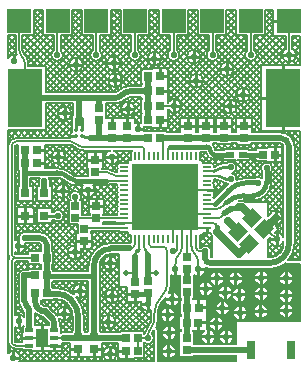
<source format=gtl>
G04 Layer_Physical_Order=1*
G04 Layer_Color=255*
%FSLAX25Y25*%
%MOIN*%
G70*
G01*
G75*
%ADD10C,0.00500*%
%ADD11C,0.02000*%
%ADD12C,0.00750*%
%ADD13C,0.01000*%
%ADD14C,0.01500*%
%ADD15C,0.00600*%
%ADD16R,0.02559X0.02559*%
%ADD17R,0.02559X0.02559*%
%ADD18R,0.02835X0.02835*%
%ADD19R,0.11811X0.19685*%
%ADD20R,0.02835X0.02835*%
%ADD21O,0.00787X0.03150*%
%ADD22O,0.03150X0.00787*%
%ADD23R,0.22441X0.22441*%
%ADD24R,0.02913X0.05905*%
%ADD25R,0.02874X0.02913*%
%ADD26R,0.02756X0.01181*%
%ADD27R,0.03937X0.06299*%
%ADD28R,0.03150X0.03150*%
G04:AMPARAMS|DCode=29|XSize=47.24mil|YSize=43.31mil|CornerRadius=0mil|HoleSize=0mil|Usage=FLASHONLY|Rotation=45.000|XOffset=0mil|YOffset=0mil|HoleType=Round|Shape=Rectangle|*
%AMROTATEDRECTD29*
4,1,4,-0.00139,-0.03202,-0.03202,-0.00139,0.00139,0.03202,0.03202,0.00139,-0.00139,-0.03202,0.0*
%
%ADD29ROTATEDRECTD29*%

%ADD30R,0.01968X0.03937*%
%ADD31R,0.02756X0.01968*%
%ADD32R,0.02913X0.02874*%
%ADD33R,0.07874X0.07874*%
%ADD34C,0.01339*%
%ADD35C,0.01968*%
%ADD36C,0.02500*%
%ADD37R,0.01984X0.09600*%
%ADD38C,0.02200*%
G36*
X57600Y29958D02*
X57919Y30022D01*
X58348Y30308D01*
X58848Y30041D01*
Y26497D01*
Y22560D01*
X59234D01*
Y21325D01*
X58835D01*
Y17212D01*
X59234D01*
Y16286D01*
X58814D01*
Y12251D01*
X59234D01*
Y11141D01*
X58808D01*
Y7068D01*
Y3012D01*
X62922D01*
Y3418D01*
X77500D01*
Y1122D01*
X51054D01*
X50867Y1350D01*
Y11832D01*
X50801Y12164D01*
X50613Y12445D01*
X50397Y12725D01*
X50533Y13054D01*
X50798Y13692D01*
X50934Y14729D01*
X50918D01*
Y16599D01*
X50910Y16636D01*
X51079Y18353D01*
X51591Y20041D01*
X52422Y21596D01*
X53224Y22573D01*
X53571Y22929D01*
X54027Y22824D01*
X54097Y22793D01*
X54058Y22600D01*
X55600D01*
Y24142D01*
X55281Y24078D01*
X55009Y23897D01*
X54523Y24111D01*
X54499Y24157D01*
X55054Y25497D01*
X55249Y26980D01*
X55218D01*
Y30206D01*
X55718Y30398D01*
X56281Y30022D01*
X56600Y29958D01*
Y32000D01*
X57600D01*
Y29958D01*
D02*
G37*
G36*
X15266Y24957D02*
X15326Y24945D01*
X15426Y24935D01*
X15745Y24918D01*
X17245Y24900D01*
Y22900D01*
X15246Y22829D01*
Y24971D01*
X15266Y24957D01*
D02*
G37*
G36*
X25812Y10486D02*
X23788D01*
X23791Y10506D01*
X23793Y10566D01*
X23800Y12486D01*
X25800D01*
X25812Y10486D01*
D02*
G37*
G36*
X15271Y36971D02*
X13129D01*
X13143Y36991D01*
X13155Y37051D01*
X13165Y37151D01*
X13182Y37471D01*
X13200Y38971D01*
X15200D01*
X15271Y36971D01*
D02*
G37*
G36*
X49360Y95075D02*
X49291Y95015D01*
X49230Y94915D01*
X49177Y94775D01*
X49133Y94595D01*
X49096Y94375D01*
X49068Y94115D01*
X49063Y94018D01*
X49096Y93525D01*
X49133Y93305D01*
X49177Y93125D01*
X49230Y92985D01*
X49291Y92885D01*
X49360Y92825D01*
X49437Y92805D01*
X46626D01*
X46703Y92825D01*
X46772Y92885D01*
X46833Y92985D01*
X46886Y93125D01*
X46930Y93305D01*
X46967Y93525D01*
X46995Y93785D01*
X47000Y93882D01*
X46967Y94375D01*
X46930Y94595D01*
X46886Y94775D01*
X46833Y94915D01*
X46772Y95015D01*
X46703Y95075D01*
X46626Y95095D01*
X49437D01*
X49360Y95075D01*
D02*
G37*
G36*
X94046Y34387D02*
X94327Y34199D01*
X94658Y34133D01*
X98650D01*
X98878Y33946D01*
Y14500D01*
X77500D01*
Y6681D01*
X62922D01*
Y11141D01*
X62497D01*
Y11851D01*
X64268D01*
Y14268D01*
X64768D01*
Y14769D01*
X67186D01*
Y16686D01*
X67365Y16812D01*
X67365D01*
Y18768D01*
X64928D01*
Y19268D01*
X64428D01*
Y21725D01*
X62497D01*
Y22560D01*
X62883D01*
Y26497D01*
Y30109D01*
X63383Y30355D01*
X63881Y30022D01*
X64200Y29958D01*
Y32000D01*
X64700D01*
Y32500D01*
X66742D01*
X66728Y32571D01*
X66752Y32609D01*
X67171Y32903D01*
X67717Y32677D01*
X68419Y32585D01*
X68500Y32569D01*
X88600D01*
Y32561D01*
X90168Y32716D01*
X91676Y33173D01*
X93066Y33916D01*
X93702Y34438D01*
X94046Y34387D01*
D02*
G37*
%LPC*%
G36*
X56642Y16400D02*
X55100D01*
Y14858D01*
X55419Y14922D01*
X56114Y15386D01*
X56578Y16081D01*
X56642Y16400D01*
D02*
G37*
G36*
X55100Y18942D02*
Y17400D01*
X56642D01*
X56578Y17719D01*
X56114Y18414D01*
X55419Y18878D01*
X55100Y18942D01*
D02*
G37*
G36*
X54100D02*
X53781Y18878D01*
X53086Y18414D01*
X52622Y17719D01*
X52558Y17400D01*
X54100D01*
Y18942D01*
D02*
G37*
G36*
Y16400D02*
X52558D01*
X52622Y16081D01*
X53086Y15386D01*
X53781Y14922D01*
X54100Y14858D01*
Y16400D01*
D02*
G37*
G36*
X57042Y10400D02*
X55500D01*
Y8858D01*
X55819Y8922D01*
X56514Y9386D01*
X56978Y10081D01*
X57042Y10400D01*
D02*
G37*
G36*
X54500D02*
X52958D01*
X53022Y10081D01*
X53486Y9386D01*
X54181Y8922D01*
X54500Y8858D01*
Y10400D01*
D02*
G37*
G36*
X56942Y4300D02*
X55400D01*
Y2758D01*
X55719Y2822D01*
X56414Y3286D01*
X56878Y3981D01*
X56942Y4300D01*
D02*
G37*
G36*
X54400D02*
X52858D01*
X52922Y3981D01*
X53386Y3286D01*
X54081Y2822D01*
X54400Y2758D01*
Y4300D01*
D02*
G37*
G36*
Y6842D02*
X54081Y6778D01*
X53386Y6314D01*
X52922Y5619D01*
X52858Y5300D01*
X54400D01*
Y6842D01*
D02*
G37*
G36*
X55400D02*
Y5300D01*
X56942D01*
X56878Y5619D01*
X56414Y6314D01*
X55719Y6778D01*
X55400Y6842D01*
D02*
G37*
G36*
X55500Y12942D02*
Y11400D01*
X57042D01*
X56978Y11719D01*
X56514Y12414D01*
X55819Y12878D01*
X55500Y12942D01*
D02*
G37*
G36*
X54500D02*
X54181Y12878D01*
X53486Y12414D01*
X53022Y11719D01*
X52958Y11400D01*
X54500D01*
Y12942D01*
D02*
G37*
G36*
X55600Y21600D02*
X54058D01*
X54122Y21281D01*
X54586Y20586D01*
X55281Y20122D01*
X55600Y20058D01*
Y21600D01*
D02*
G37*
G36*
X58142D02*
X56600D01*
Y20058D01*
X56919Y20122D01*
X57614Y20586D01*
X58078Y21281D01*
X58142Y21600D01*
D02*
G37*
G36*
X56600Y24142D02*
Y22600D01*
X58142D01*
X58078Y22919D01*
X57614Y23614D01*
X56919Y24078D01*
X56600Y24142D01*
D02*
G37*
G36*
X93600Y17800D02*
X92058D01*
X92122Y17481D01*
X92586Y16786D01*
X93281Y16322D01*
X93600Y16258D01*
Y17800D01*
D02*
G37*
G36*
X72300Y18600D02*
X70758D01*
X70822Y18281D01*
X71286Y17586D01*
X71981Y17122D01*
X72300Y17058D01*
Y18600D01*
D02*
G37*
G36*
X96142Y17800D02*
X94600D01*
Y16258D01*
X94919Y16322D01*
X95614Y16786D01*
X96078Y17481D01*
X96142Y17800D01*
D02*
G37*
G36*
X78200Y17000D02*
X76658D01*
X76722Y16681D01*
X77186Y15986D01*
X77881Y15522D01*
X78200Y15458D01*
Y17000D01*
D02*
G37*
G36*
X80742D02*
X79200D01*
Y15458D01*
X79519Y15522D01*
X80214Y15986D01*
X80678Y16681D01*
X80742Y17000D01*
D02*
G37*
G36*
X87642Y17600D02*
X86100D01*
Y16058D01*
X86419Y16122D01*
X87114Y16586D01*
X87578Y17281D01*
X87642Y17600D01*
D02*
G37*
G36*
X85100D02*
X83558D01*
X83622Y17281D01*
X84086Y16586D01*
X84781Y16122D01*
X85100Y16058D01*
Y17600D01*
D02*
G37*
G36*
X74842Y18600D02*
X73300D01*
Y17058D01*
X73619Y17122D01*
X74314Y17586D01*
X74778Y18281D01*
X74842Y18600D01*
D02*
G37*
G36*
X93600Y20342D02*
X93281Y20278D01*
X92586Y19814D01*
X92122Y19119D01*
X92058Y18800D01*
X93600D01*
Y20342D01*
D02*
G37*
G36*
X86100Y20142D02*
Y18600D01*
X87642D01*
X87578Y18919D01*
X87114Y19614D01*
X86419Y20078D01*
X86100Y20142D01*
D02*
G37*
G36*
X94600Y20342D02*
Y18800D01*
X96142D01*
X96078Y19119D01*
X95614Y19814D01*
X94919Y20278D01*
X94600Y20342D01*
D02*
G37*
G36*
X73300Y21142D02*
Y19600D01*
X74842D01*
X74778Y19919D01*
X74314Y20614D01*
X73619Y21078D01*
X73300Y21142D01*
D02*
G37*
G36*
X72300D02*
X71981Y21078D01*
X71286Y20614D01*
X70822Y19919D01*
X70758Y19600D01*
X72300D01*
Y21142D01*
D02*
G37*
G36*
X78200Y19542D02*
X77881Y19478D01*
X77186Y19014D01*
X76722Y18319D01*
X76658Y18000D01*
X78200D01*
Y19542D01*
D02*
G37*
G36*
X85100Y20142D02*
X84781Y20078D01*
X84086Y19614D01*
X83622Y18919D01*
X83558Y18600D01*
X85100D01*
Y20142D01*
D02*
G37*
G36*
X79200Y19542D02*
Y18000D01*
X80742D01*
X80678Y18319D01*
X80214Y19014D01*
X79519Y19478D01*
X79200Y19542D01*
D02*
G37*
G36*
X73500Y9100D02*
X71958D01*
X72022Y8781D01*
X72486Y8086D01*
X73181Y7622D01*
X73500Y7558D01*
Y9100D01*
D02*
G37*
G36*
X70042Y9000D02*
X68500D01*
Y7458D01*
X68819Y7522D01*
X69514Y7986D01*
X69978Y8681D01*
X70042Y9000D01*
D02*
G37*
G36*
X76042Y9100D02*
X74500D01*
Y7558D01*
X74819Y7622D01*
X75514Y8086D01*
X75978Y8781D01*
X76042Y9100D01*
D02*
G37*
G36*
X67500Y9000D02*
X65958D01*
X66022Y8681D01*
X66486Y7986D01*
X67181Y7522D01*
X67500Y7458D01*
Y9000D01*
D02*
G37*
G36*
X70200Y13500D02*
X68658D01*
X68722Y13181D01*
X69186Y12486D01*
X69881Y12022D01*
X70200Y11958D01*
Y13500D01*
D02*
G37*
G36*
X72742D02*
X71200D01*
Y11958D01*
X71519Y12022D01*
X72214Y12486D01*
X72678Y13181D01*
X72742Y13500D01*
D02*
G37*
G36*
X71200Y16042D02*
Y14500D01*
X72742D01*
X72678Y14819D01*
X72214Y15514D01*
X71519Y15978D01*
X71200Y16042D01*
D02*
G37*
G36*
X70200D02*
X69881Y15978D01*
X69186Y15514D01*
X68722Y14819D01*
X68658Y14500D01*
X70200D01*
Y16042D01*
D02*
G37*
G36*
X68500Y11542D02*
Y10000D01*
X70042D01*
X69978Y10319D01*
X69514Y11014D01*
X68819Y11478D01*
X68500Y11542D01*
D02*
G37*
G36*
X67186Y13769D02*
X65268D01*
Y11851D01*
X66743D01*
X66745Y11851D01*
X66745Y11851D01*
X66839Y11851D01*
X66944Y11505D01*
D01*
Y11505D01*
X66667Y11135D01*
X66486Y11014D01*
X66022Y10319D01*
X65958Y10000D01*
X67500D01*
Y11721D01*
X67392Y11752D01*
X67392Y11752D01*
X67392Y11752D01*
Y11752D01*
X67186Y11989D01*
X67186Y12207D01*
Y13769D01*
D02*
G37*
G36*
X73500Y11642D02*
X73181Y11578D01*
X72486Y11114D01*
X72022Y10419D01*
X71958Y10100D01*
X73500D01*
Y11642D01*
D02*
G37*
G36*
X74500D02*
Y10100D01*
X76042D01*
X75978Y10419D01*
X75514Y11114D01*
X74819Y11578D01*
X74500Y11642D01*
D02*
G37*
G36*
X79242Y28500D02*
X77700D01*
Y26958D01*
X78019Y27022D01*
X78714Y27486D01*
X79178Y28181D01*
X79242Y28500D01*
D02*
G37*
G36*
X76700D02*
X75158D01*
X75222Y28181D01*
X75686Y27486D01*
X76381Y27022D01*
X76700Y26958D01*
Y28500D01*
D02*
G37*
G36*
X93600Y28600D02*
X92058D01*
X92122Y28281D01*
X92586Y27586D01*
X93281Y27122D01*
X93600Y27058D01*
Y28600D01*
D02*
G37*
G36*
X85200Y28800D02*
X83658D01*
X83722Y28481D01*
X84186Y27786D01*
X84881Y27322D01*
X85200Y27258D01*
Y28800D01*
D02*
G37*
G36*
X96142Y28600D02*
X94600D01*
Y27058D01*
X94919Y27122D01*
X95614Y27586D01*
X96078Y28281D01*
X96142Y28600D01*
D02*
G37*
G36*
X66800Y27542D02*
X66481Y27478D01*
X65786Y27014D01*
X65322Y26319D01*
X65258Y26000D01*
X66800D01*
Y27542D01*
D02*
G37*
G36*
X74200Y26342D02*
Y24800D01*
X75742D01*
X75678Y25119D01*
X75214Y25814D01*
X74519Y26278D01*
X74200Y26342D01*
D02*
G37*
G36*
X67800Y27542D02*
Y26000D01*
X69342D01*
X69278Y26319D01*
X68814Y27014D01*
X68119Y27478D01*
X67800Y27542D01*
D02*
G37*
G36*
X72942Y28500D02*
X71400D01*
Y26958D01*
X71719Y27022D01*
X72414Y27486D01*
X72878Y28181D01*
X72942Y28500D01*
D02*
G37*
G36*
X70400D02*
X68858D01*
X68922Y28181D01*
X69386Y27486D01*
X70081Y27022D01*
X70400Y26958D01*
Y28500D01*
D02*
G37*
G36*
X94600Y31142D02*
Y29600D01*
X96142D01*
X96078Y29919D01*
X95614Y30614D01*
X94919Y31078D01*
X94600Y31142D01*
D02*
G37*
G36*
X93600D02*
X93281Y31078D01*
X92586Y30614D01*
X92122Y29919D01*
X92058Y29600D01*
X93600D01*
Y31142D01*
D02*
G37*
G36*
X85200Y31342D02*
X84881Y31278D01*
X84186Y30814D01*
X83722Y30119D01*
X83658Y29800D01*
X85200D01*
Y31342D01*
D02*
G37*
G36*
X66742Y31500D02*
X65200D01*
Y29958D01*
X65519Y30022D01*
X66214Y30486D01*
X66678Y31181D01*
X66742Y31500D01*
D02*
G37*
G36*
X86200Y31342D02*
Y29800D01*
X87742D01*
X87678Y30119D01*
X87214Y30814D01*
X86519Y31278D01*
X86200Y31342D01*
D02*
G37*
G36*
X70400Y31042D02*
X70081Y30978D01*
X69386Y30514D01*
X68922Y29819D01*
X68858Y29500D01*
X70400D01*
Y31042D01*
D02*
G37*
G36*
X87742Y28800D02*
X86200D01*
Y27258D01*
X86519Y27322D01*
X87214Y27786D01*
X87678Y28481D01*
X87742Y28800D01*
D02*
G37*
G36*
X71400Y31042D02*
Y29500D01*
X72942D01*
X72878Y29819D01*
X72414Y30514D01*
X71719Y30978D01*
X71400Y31042D01*
D02*
G37*
G36*
X77700D02*
Y29500D01*
X79242D01*
X79178Y29819D01*
X78714Y30514D01*
X78019Y30978D01*
X77700Y31042D01*
D02*
G37*
G36*
X76700D02*
X76381Y30978D01*
X75686Y30514D01*
X75222Y29819D01*
X75158Y29500D01*
X76700D01*
Y31042D01*
D02*
G37*
G36*
X73200Y26342D02*
X72881Y26278D01*
X72186Y25814D01*
X71722Y25119D01*
X71658Y24800D01*
X73200D01*
Y26342D01*
D02*
G37*
G36*
X80442Y23100D02*
X78900D01*
Y21558D01*
X79219Y21622D01*
X79914Y22086D01*
X80378Y22781D01*
X80442Y23100D01*
D02*
G37*
G36*
X77900D02*
X76358D01*
X76422Y22781D01*
X76886Y22086D01*
X77581Y21622D01*
X77900Y21558D01*
Y23100D01*
D02*
G37*
G36*
X85200Y23500D02*
X83658D01*
X83722Y23181D01*
X84186Y22486D01*
X84881Y22022D01*
X85200Y21958D01*
Y23500D01*
D02*
G37*
G36*
X73200Y23800D02*
X71658D01*
X71722Y23481D01*
X72186Y22786D01*
X72881Y22322D01*
X73200Y22258D01*
Y23800D01*
D02*
G37*
G36*
X87742Y23500D02*
X86200D01*
Y21958D01*
X86519Y22022D01*
X87214Y22486D01*
X87678Y23181D01*
X87742Y23500D01*
D02*
G37*
G36*
X67365Y21725D02*
X65428D01*
Y19769D01*
X67365D01*
Y21725D01*
D02*
G37*
G36*
X96142Y22700D02*
X94600D01*
Y21158D01*
X94919Y21222D01*
X95614Y21686D01*
X96078Y22381D01*
X96142Y22700D01*
D02*
G37*
G36*
X93600D02*
X92058D01*
X92122Y22381D01*
X92586Y21686D01*
X93281Y21222D01*
X93600Y21158D01*
Y22700D01*
D02*
G37*
G36*
X77900Y25642D02*
X77581Y25578D01*
X76886Y25114D01*
X76422Y24419D01*
X76358Y24100D01*
X77900D01*
Y25642D01*
D02*
G37*
G36*
X94600Y25242D02*
Y23700D01*
X96142D01*
X96078Y24019D01*
X95614Y24714D01*
X94919Y25178D01*
X94600Y25242D01*
D02*
G37*
G36*
X78900Y25642D02*
Y24100D01*
X80442D01*
X80378Y24419D01*
X79914Y25114D01*
X79219Y25578D01*
X78900Y25642D01*
D02*
G37*
G36*
X86200Y26042D02*
Y24500D01*
X87742D01*
X87678Y24819D01*
X87214Y25514D01*
X86519Y25978D01*
X86200Y26042D01*
D02*
G37*
G36*
X85200D02*
X84881Y25978D01*
X84186Y25514D01*
X83722Y24819D01*
X83658Y24500D01*
X85200D01*
Y26042D01*
D02*
G37*
G36*
X75742Y23800D02*
X74200D01*
Y22258D01*
X74519Y22322D01*
X75214Y22786D01*
X75678Y23481D01*
X75742Y23800D01*
D02*
G37*
G36*
X66800Y25000D02*
X65258D01*
X65322Y24681D01*
X65786Y23986D01*
X66481Y23522D01*
X66800Y23458D01*
Y25000D01*
D02*
G37*
G36*
X93600Y25242D02*
X93281Y25178D01*
X92586Y24714D01*
X92122Y24019D01*
X92058Y23700D01*
X93600D01*
Y25242D01*
D02*
G37*
G36*
X69342Y25000D02*
X67800D01*
Y23458D01*
X68119Y23522D01*
X68814Y23986D01*
X69278Y24681D01*
X69342Y25000D01*
D02*
G37*
%LPD*%
D10*
X97350Y103500D02*
G03*
X96150Y105549I-2350J0D01*
G01*
X93850D02*
G03*
X97350Y103500I1150J-2049D01*
G01*
X81150Y105075D02*
G03*
X84250Y103500I1150J-1575D01*
G01*
D02*
G03*
X83450Y105075I-1950J0D01*
G01*
X65550Y102900D02*
G03*
X65550Y102900I-2350J0D01*
G01*
X71450Y103500D02*
G03*
X70650Y105075I-1950J0D01*
G01*
X68350D02*
G03*
X71450Y103500I1150J-1575D01*
G01*
X82050Y90200D02*
G03*
X82050Y90200I-2350J0D01*
G01*
X76550Y98800D02*
G03*
X76550Y98800I-2350J0D01*
G01*
X77750Y86329D02*
G03*
X77750Y86329I-2350J0D01*
G01*
X66450Y94900D02*
G03*
X66450Y94900I-2350J0D01*
G01*
X58450Y103500D02*
G03*
X57650Y105075I-1950J0D01*
G01*
X55350D02*
G03*
X58450Y103500I1150J-1575D01*
G01*
X52450Y102300D02*
G03*
X52450Y102300I-2350J0D01*
G01*
X45550Y103500D02*
G03*
X44750Y105075I-1950J0D01*
G01*
X42450D02*
G03*
X45550Y103500I1150J-1575D01*
G01*
X59050Y86500D02*
G03*
X54651Y87650I-2350J0D01*
G01*
Y85350D02*
G03*
X59050Y86500I2049J1150D01*
G01*
X46850Y78700D02*
G03*
X46657Y79633I-2350J0D01*
G01*
X46798Y78207D02*
G03*
X46850Y78700I-2298J493D01*
G01*
X42197Y89550D02*
G03*
X40608Y88892I0J-2247D01*
G01*
X42197Y93250D02*
G03*
X37992Y91508I0J-5947D01*
G01*
X36886Y91050D02*
G03*
X37989Y91505I0J1564D01*
G01*
X36886Y87350D02*
G03*
X40608Y88892I0J5264D01*
G01*
X43650Y85600D02*
G03*
X43650Y85600I-2350J0D01*
G01*
X45664Y80741D02*
G03*
X43567Y80857I-1164J-2041D01*
G01*
X96850Y72900D02*
G03*
X92000Y77750I-4850J0D01*
G01*
X93150Y72900D02*
G03*
X92000Y74050I-1150J0D01*
G01*
X89100Y64691D02*
G03*
X89450Y65805I-1600J1115D01*
G01*
D02*
G03*
X85900Y64691I-1950J0D01*
G01*
X75939Y64100D02*
G03*
X77450Y66000I-439J1900D01*
G01*
X72948Y67350D02*
G03*
X70545Y66355I0J-3399D01*
G01*
X77450Y66000D02*
G03*
X74093Y67350I-1950J0D01*
G01*
X91231Y47067D02*
G03*
X92850Y49300I-731J2233D01*
G01*
X94658Y35000D02*
G03*
X96850Y40600I-6058J5600D01*
G01*
X93150Y42678D02*
G03*
X90296Y44271I-2250J-678D01*
G01*
X85900Y62450D02*
G03*
X83761Y62600I-1184J-1550D01*
G01*
X81223D02*
G03*
X77426Y61896I0J-10589D01*
G01*
X83000Y55000D02*
G03*
X89100Y61100I0J6100D01*
G01*
X77450Y62200D02*
G03*
X75939Y64100I-1950J0D01*
G01*
X77426Y61896D02*
G03*
X77450Y62200I-1926J304D01*
G01*
X74093Y60850D02*
G03*
X74758Y60397I1407J1350D01*
G01*
X72045Y61545D02*
G03*
X73724Y60850I1679J1679D01*
G01*
X74758Y60397D02*
G03*
X73736Y59499I6466J-8386D01*
G01*
X80382Y54500D02*
G03*
X79300Y54800I-1082J-1800D01*
G01*
X79900Y55000D02*
G03*
X78257Y54800I0J-6850D01*
G01*
X92850Y49300D02*
G03*
X88272Y50047I-2350J0D01*
G01*
X88629Y42604D02*
G03*
X93150Y41322I2271J-604D01*
G01*
X88600Y36050D02*
G03*
X93150Y40600I0J4550D01*
G01*
X80382Y54500D02*
G03*
X79300Y54800I-1082J-1800D01*
G01*
X69998Y66095D02*
G03*
X70545Y66355I-89J896D01*
G01*
X70384Y71900D02*
G03*
X69537Y73664I-2884J-300D01*
G01*
X67216Y71300D02*
G03*
X70100Y68700I2884J300D01*
G01*
X70018Y66316D02*
G03*
X68774Y67559I-1244J0D01*
G01*
X70685Y62016D02*
G03*
X71392Y61816I707J1150D01*
G01*
X70018Y61591D02*
G03*
X69943Y62016I-1244J0D01*
G01*
X72045Y61545D02*
G03*
X71392Y61816I-654J-654D01*
G01*
X69737Y60804D02*
G03*
X70018Y61591I-963J787D01*
G01*
X69944Y59596D02*
G03*
X70018Y60017I-1170J421D01*
G01*
X69944Y57288D02*
G03*
X70418Y58442I-1170J1154D01*
G01*
D02*
G03*
X69944Y59596I-1644J0D01*
G01*
X70018Y60017D02*
G03*
X69737Y60804I-1244J0D01*
G01*
Y56080D02*
G03*
X70018Y56867I-963J787D01*
G01*
D02*
G03*
X69944Y57288I-1244J0D01*
G01*
X69946Y55709D02*
G03*
X69737Y56080I-1172J-416D01*
G01*
X68909Y44205D02*
G03*
X69200Y43318I2091J195D01*
G01*
X42493Y71650D02*
G03*
X42333Y71040I1084J-610D01*
G01*
X38250Y69400D02*
G03*
X36578Y71650I-2350J0D01*
G01*
X38853Y67559D02*
G03*
X37890Y65528I0J-1244D01*
G01*
D02*
G03*
X37684Y64316I963J-787D01*
G01*
X38379Y44693D02*
G03*
X38853Y44600I474J1150D01*
G01*
X37890Y51355D02*
G03*
X37684Y50143I963J-787D01*
G01*
X37890Y59229D02*
G03*
X37890Y57654I963J-787D01*
G01*
X37684Y60441D02*
G03*
X37890Y59229I1169J-425D01*
G01*
Y56080D02*
G03*
X37890Y54505I963J-787D01*
G01*
Y57654D02*
G03*
X37890Y56080I963J-787D01*
G01*
X36213Y64813D02*
G03*
X37413Y64316I1200J1200D01*
G01*
X37890Y52930D02*
G03*
X37890Y51355I963J-787D01*
G01*
Y54505D02*
G03*
X37890Y52930I963J-787D01*
G01*
X37265Y47843D02*
G03*
X37265Y46993I1588J-425D01*
G01*
X69050Y38000D02*
G03*
X65525Y39150I-1950J0D01*
G01*
X65200Y40645D02*
G03*
X65293Y41119I-1150J474D01*
G01*
X68950Y37384D02*
G03*
X69050Y38000I-1850J616D01*
G01*
X49002Y18424D02*
G03*
X48850Y16599I10899J-1825D01*
G01*
X45689Y21296D02*
G03*
X49002Y18424I2211J-796D01*
G01*
X48289Y13372D02*
G03*
X48850Y14729I-1362J1357D01*
G01*
X49910Y11740D02*
G03*
X49246Y10600I1845J-1840D01*
G01*
X49950Y9100D02*
G03*
X49246Y10600I-1950J0D01*
G01*
X46729Y7621D02*
G03*
X49950Y9100I1271J1479D01*
G01*
X48287Y13369D02*
G03*
X46920Y10723I3469J-3469D01*
G01*
X38850Y100700D02*
G03*
X38850Y100700I-2350J0D01*
G01*
X32650Y103500D02*
G03*
X31850Y105075I-1950J0D01*
G01*
X29550D02*
G03*
X32650Y103500I1150J-1575D01*
G01*
X39350Y95100D02*
G03*
X39350Y95100I-2350J0D01*
G01*
X29016Y91050D02*
G03*
X27784Y91050I-616J-1850D01*
G01*
X26350Y100300D02*
G03*
X26350Y100300I-2350J0D01*
G01*
X23066Y83549D02*
G03*
X22566Y82500I850J-1049D01*
G01*
X22550Y84000D02*
G03*
X22550Y84000I-2350J0D01*
G01*
X22566Y79081D02*
G03*
X22535Y77749I1350J-697D01*
G01*
D02*
G03*
X22082Y75850I1380J-1334D01*
G01*
X35222Y71650D02*
G03*
X38250Y69400I678J-2250D01*
G01*
X36213Y64813D02*
G03*
X34193Y65650I-2020J-2020D01*
G01*
X34100Y59991D02*
G03*
X35212Y60441I0J1600D01*
G01*
X30350Y58400D02*
G03*
X29729Y59991I-2350J0D01*
G01*
X23187Y73087D02*
G03*
X26656Y71650I3469J3469D01*
G01*
X23184Y73089D02*
G03*
X22069Y73550I-1116J-1121D01*
G01*
X22831Y63631D02*
G03*
X23894Y63191I1062J1062D01*
G01*
X22831Y63631D02*
G03*
X17596Y65800I-5235J-5235D01*
G01*
X20569Y61369D02*
G03*
X23894Y59991I3325J3325D01*
G01*
X26271D02*
G03*
X30350Y58400I1729J-1591D01*
G01*
X25750Y56300D02*
G03*
X22191Y55198I-1950J0D01*
G01*
X25409D02*
G03*
X25750Y56300I-1609J1102D01*
G01*
X16550Y105075D02*
G03*
X19650Y103500I1150J-1575D01*
G01*
D02*
G03*
X18850Y105075I-1950J0D01*
G01*
X20450Y69500D02*
G03*
X20450Y69500I-2350J0D01*
G01*
X6150Y105090D02*
G03*
X6513Y104213I1240J0D01*
G01*
X3850Y105090D02*
G03*
X4169Y103621I3540J0D01*
G01*
D02*
G03*
X1350Y102549I-769J-2221D01*
G01*
X8150Y100261D02*
G03*
X6513Y104213I-5588J0D01*
G01*
X4100Y75850D02*
G03*
X1350Y73100I0J-2750D01*
G01*
X4100Y73550D02*
G03*
X3650Y73100I0J-450D01*
G01*
X20565Y61372D02*
G03*
X17596Y62600I-2969J-2976D01*
G01*
X15250Y60784D02*
G03*
X15350Y61400I-1850J616D01*
G01*
D02*
G03*
X14937Y62600I-1950J0D01*
G01*
X11863D02*
G03*
X11550Y60784I1537J-1200D01*
G01*
X21850Y58100D02*
G03*
X21850Y58100I-2350J0D01*
G01*
X5104Y64816D02*
G03*
X5104Y63584I1850J-616D01*
G01*
X35700Y37150D02*
G03*
X31850Y33300I0J-3850D01*
G01*
X37750Y34200D02*
G03*
X37750Y34200I-2350J0D01*
G01*
X35700Y40850D02*
G03*
X28150Y33300I0J-7550D01*
G01*
X38350Y23100D02*
G03*
X38350Y23100I-2350J0D01*
G01*
X25850Y37700D02*
G03*
X25541Y38864I-2350J0D01*
G01*
X24133Y39963D02*
G03*
X25850Y37700I-633J-2263D01*
G01*
X27650Y24800D02*
G03*
X23251Y23649I-2350J0D01*
G01*
D02*
G03*
X17777Y25750I-5473J-6081D01*
G01*
X37150Y14600D02*
G03*
X37150Y14600I-2350J0D01*
G01*
X37650Y3900D02*
G03*
X37650Y3900I-2350J0D01*
G01*
X24091Y22785D02*
G03*
X27650Y24800I1209J2015D01*
G01*
X26650Y15900D02*
G03*
X24091Y22785I-10541J0D01*
G01*
X22950Y15900D02*
G03*
X20946Y20737I-6841J0D01*
G01*
X20943Y20741D02*
G03*
X17777Y22050I-3165J-3172D01*
G01*
X22350Y17300D02*
G03*
X17798Y16480I-2350J0D01*
G01*
X18254Y15727D02*
G03*
X22350Y17300I1746J1573D01*
G01*
X19850Y49900D02*
G03*
X16493Y51250I-1950J0D01*
G01*
Y48550D02*
G03*
X19850Y49900I1407J1350D01*
G01*
X16050Y40210D02*
G03*
X14808Y43208I-4240J0D01*
G01*
X12350Y40210D02*
G03*
X12192Y40592I-540J0D01*
G01*
X14808Y43208D02*
G03*
X11810Y44450I-2998J-2998D01*
G01*
X12192Y40592D02*
G03*
X11810Y40750I-382J-382D01*
G01*
X6990Y40652D02*
G03*
X7516Y40750I-90J1948D01*
G01*
Y44450D02*
G03*
X5005Y42141I-616J-1850D01*
G01*
X7150Y39800D02*
G03*
X6990Y40652I-2350J0D01*
G01*
X3650Y37751D02*
G03*
X7150Y39800I1150J2049D01*
G01*
X5005Y42141D02*
G03*
X3650Y41849I-205J-2341D01*
G01*
X7416Y31850D02*
G03*
X4950Y29384I-616J-1850D01*
G01*
X3650Y37266D02*
G03*
X3866Y37050I216J0D01*
G01*
X1350Y37266D02*
G03*
X1753Y35900I2516J0D01*
G01*
D02*
G03*
X1350Y34534I2113J-1366D01*
G01*
X17798Y16480D02*
G03*
X17500Y16816I-2913J-2280D01*
G01*
X18584Y14200D02*
G03*
X18254Y15727I-3700J0D01*
G01*
X15444Y18872D02*
G03*
X13293Y19907I-1744J-872D01*
G01*
X12213Y21337D02*
G03*
X13293Y19907I1487J0D01*
G01*
X10316Y17406D02*
G03*
X12866Y16217I3384J3931D01*
G01*
X19800Y11146D02*
G03*
X18962Y10945I0J-1850D01*
G01*
X19362Y7499D02*
G03*
X19800Y7446I438J1797D01*
G01*
X6616Y17526D02*
G03*
X6092Y18792I-1790J0D01*
G01*
X6616Y16305D02*
G03*
X3650Y16690I-1716J-1605D01*
G01*
X6238Y12768D02*
G03*
X6616Y13095I-1338J1932D01*
G01*
X3650Y12710D02*
G03*
X6238Y12768I1250J1990D01*
G01*
X4950Y21549D02*
G03*
X6092Y18792I3898J0D01*
G01*
X1987Y6287D02*
G03*
X3908Y5491I1921J1921D01*
G01*
X1350Y7824D02*
G03*
X1987Y6287I2174J0D01*
G01*
X5149Y1350D02*
G03*
X5450Y2500I-2049J1150D01*
G01*
D02*
G03*
X1350Y4068I-2350J0D01*
G01*
X19568Y9200D02*
G03*
X19800Y9296I0J328D01*
G01*
X87015Y117140D02*
X89713Y114443D01*
X96150Y108396D02*
X97467Y109713D01*
X89713Y110200D02*
X90200Y109713D01*
X87015Y111990D02*
X89713Y114687D01*
X87015Y115019D02*
X89713Y112321D01*
X87015Y112898D02*
X89713Y110200D01*
X96564Y109713D02*
X98650Y107627D01*
X96150Y109713D02*
X98650D01*
X96150Y106275D02*
X98650Y108775D01*
X96150Y105549D02*
Y109713D01*
X92321D02*
X93850Y108184D01*
X89713Y109713D02*
X93850D01*
X90200D02*
X93850Y106063D01*
X87627Y118650D02*
X89713Y116564D01*
X87015Y118354D02*
X87312Y118650D01*
X89713Y109713D02*
Y118650D01*
X87015Y116232D02*
X89433Y118650D01*
X87015D02*
X89713D01*
X87015Y110113D02*
Y118650D01*
X77442Y110113D02*
Y118650D01*
X87015Y114111D02*
X89713Y116808D01*
X83450Y110113D02*
X87015D01*
X83450Y106303D02*
X89713Y112566D01*
X83450Y108424D02*
X85139Y110113D01*
X77442D02*
X81150D01*
X77021Y118650D02*
X77442Y118229D01*
X79194Y110113D02*
X81150Y108157D01*
X96891Y104895D02*
X98650Y106654D01*
X96150Y108006D02*
X98650Y105506D01*
Y100293D02*
Y109713D01*
X96150Y105884D02*
X98650Y103384D01*
X88046Y100293D02*
X93850Y106096D01*
Y105549D02*
Y109713D01*
X85925Y100293D02*
X93850Y108218D01*
X97333Y103215D02*
X98650Y104532D01*
X97211Y102703D02*
X98650Y101263D01*
X87015Y110776D02*
X93022Y104769D01*
X83893Y104625D02*
X89713Y110445D01*
X85558Y110113D02*
X92714Y102957D01*
X84069Y102679D02*
X91103Y109713D01*
X83450Y105075D02*
Y110113D01*
X81150Y105075D02*
Y110113D01*
X83450Y110099D02*
X93257Y100293D01*
X83450Y105857D02*
X89014Y100293D01*
X84185Y103000D02*
X86893Y100293D01*
X90167D02*
X92738Y102863D01*
X83450Y107978D02*
X91135Y100293D01*
X74899Y118650D02*
X77442Y116108D01*
X74144Y118210D02*
X74584Y118650D01*
X74144Y116089D02*
X76705Y118650D01*
X74144Y110113D02*
Y118650D01*
Y117284D02*
X77442Y113986D01*
X74144Y118650D02*
X77442D01*
X74144Y113968D02*
X77442Y117265D01*
X74144Y111846D02*
X77442Y115144D01*
X74144Y115162D02*
X77442Y111865D01*
X74144Y113041D02*
X81150Y106035D01*
X70650Y106231D02*
X77442Y113022D01*
X70650Y110113D02*
X74144D01*
X70650Y108352D02*
X72411Y110113D01*
X70650Y105075D02*
Y110113D01*
X64293Y118650D02*
X64570Y118372D01*
X61273Y118650D02*
X64570D01*
Y110113D02*
Y118650D01*
X62171D02*
X64570Y116251D01*
X61273Y113824D02*
X64570Y117122D01*
X61273Y117427D02*
X64570Y114130D01*
X61273Y115306D02*
X64570Y112009D01*
X66466Y110113D02*
X68350Y108229D01*
X64570Y110113D02*
X68350D01*
Y105075D02*
Y110113D01*
X63303Y105248D02*
X68168Y110113D01*
X61273Y113185D02*
X68350Y106107D01*
X61273Y111703D02*
X64570Y115000D01*
X57650Y105959D02*
X64570Y112879D01*
X74144Y110920D02*
X80603Y104461D01*
X71122Y104582D02*
X77442Y110901D01*
X72830Y110113D02*
X85745Y97198D01*
X71191Y102530D02*
X78775Y110113D01*
X70708D02*
X85745Y95077D01*
X66353Y95569D02*
X80896Y110113D01*
X66047Y82536D02*
X93224Y109713D01*
X74050Y101145D02*
X81150Y108246D01*
X71399Y103058D02*
X73435Y101022D01*
X75664Y100638D02*
X81150Y106124D01*
X76487Y99340D02*
X80370Y103223D01*
X70650Y105929D02*
X85745Y90834D01*
X70650Y108050D02*
X85745Y92955D01*
X65526Y102567D02*
X77402Y90691D01*
X64799Y104622D02*
X68350Y108174D01*
X61273Y111063D02*
X67830Y104506D01*
X65527Y103229D02*
X68350Y106052D01*
X54636Y98702D02*
X66047Y110113D01*
X58224Y104411D02*
X64570Y110758D01*
X60102Y110113D02*
X71901Y98314D01*
X54636Y90217D02*
X67580Y103161D01*
X58439Y103291D02*
X64517Y97213D01*
X52333Y103033D02*
X72830Y82536D01*
X94457Y101214D02*
X95378Y100293D01*
X94410D02*
X95285Y101167D01*
X96531Y100293D02*
X98650Y102411D01*
X96269Y101522D02*
X97499Y100293D01*
X92289D02*
X93605Y101609D01*
X83261Y101803D02*
X85745Y99319D01*
Y100293D02*
X98650D01*
X81539Y91664D02*
X85745Y95869D01*
X82045Y90049D02*
X85745Y93748D01*
X80865Y82504D02*
X85745Y87384D01*
X80241Y92487D02*
X85745Y97991D01*
X78743Y82504D02*
X85745Y89505D01*
X82048Y90288D02*
X85745Y86592D01*
X76422Y98035D02*
X85745Y88713D01*
X77651Y85655D02*
X79851Y87855D01*
X77415Y87539D02*
X78236Y88361D01*
X81512Y88703D02*
X85745Y84470D01*
X77740Y86111D02*
X81346Y82504D01*
X77062Y84668D02*
X79225Y82504D01*
X76267Y88513D02*
X77413Y89659D01*
X77233Y82504D02*
X82567D01*
Y79964D02*
X85745Y83142D01*
X82567Y82086D02*
X85745Y85263D01*
Y78108D02*
Y100293D01*
X82567Y82086D02*
X85745Y85263D01*
X80191Y87902D02*
X85745Y82349D01*
X76067Y81950D02*
X85745Y91627D01*
Y78108D02*
X98650D01*
X88838Y77750D02*
X89196Y78108D01*
X90960Y77750D02*
X91317Y78108D01*
X89986D02*
X90343Y77750D01*
X82567D02*
X92000D01*
X82567Y81283D02*
X86101Y77750D01*
X84596D02*
X85745Y78899D01*
X82567Y77843D02*
X85745Y81020D01*
X82567Y77750D02*
Y82504D01*
X77233Y77750D02*
Y82504D01*
X76067Y81419D02*
X77233Y80254D01*
X75618Y83990D02*
X77233Y82375D01*
X76067Y77750D02*
Y82536D01*
X76110Y77750D02*
X77233Y78872D01*
X76067Y79298D02*
X77233Y78133D01*
X76067Y79828D02*
X77233Y80994D01*
X76067Y77750D02*
X77233D01*
X75496Y96840D02*
X79788Y92548D01*
X73714Y96501D02*
X78203Y92012D01*
X63299Y100552D02*
X75182Y88669D01*
X68168Y82536D02*
X85745Y100112D01*
X70733Y82536D02*
X76067D01*
X64823Y92664D02*
X74951Y82536D01*
X70506Y101830D02*
X72240Y100096D01*
X65471Y96809D02*
X70470Y101809D01*
X63767Y97226D02*
X68418Y101878D01*
X59018Y86114D02*
X71855Y98950D01*
X66413Y95317D02*
X73738Y87991D01*
X72411Y82536D02*
X74190Y84315D01*
X66038Y93570D02*
X73060Y86548D01*
X54636Y94366D02*
X66466Y82536D01*
X63894Y82504D02*
X83121Y101731D01*
X61773Y82504D02*
X81175Y101907D01*
X64797Y101175D02*
X85745Y80228D01*
X69967Y82214D02*
X73216Y85462D01*
X59651Y82504D02*
X73660Y96513D01*
X54636Y98608D02*
X70733Y82511D01*
X54536Y79510D02*
X72362Y97336D01*
X74532Y82536D02*
X76075Y84078D01*
X69967Y80092D02*
X70733Y80858D01*
X69967Y81155D02*
X70733Y80390D01*
X69967Y79034D02*
X70733Y78269D01*
X64633Y82536D02*
X69967D01*
X64067Y80556D02*
X64633Y81122D01*
X70733Y77750D02*
Y82536D01*
X54636Y96487D02*
X68587Y82536D01*
X54636Y92244D02*
X64633Y82248D01*
X64067Y80691D02*
X64633Y80126D01*
X69967Y77971D02*
X70733Y78736D01*
X64067Y78570D02*
X64633Y78005D01*
X64067Y78435D02*
X64633Y79000D01*
X64067Y77750D02*
X64633D01*
X61273Y115945D02*
X63977Y118650D01*
X61273Y118067D02*
X61856Y118650D01*
X57980Y110113D02*
X62867Y105226D01*
X61273Y110113D02*
Y118650D01*
X57650Y110113D02*
X61273D01*
X51699D02*
X55350D01*
X57650Y108080D02*
X59683Y110113D01*
X57650Y108322D02*
X61475Y104497D01*
X57650Y105075D02*
Y110113D01*
Y106201D02*
X60852Y102999D01*
X49974Y104647D02*
X55350Y110023D01*
X53738Y110113D02*
X55350Y108501D01*
X51577Y104128D02*
X55350Y107901D01*
X48401Y118650D02*
X51699D01*
X48401Y117923D02*
X49128Y118650D01*
X51699Y110113D02*
Y118650D01*
X49443D02*
X51699Y116395D01*
X48401Y117571D02*
X51699Y114273D01*
X48401Y115802D02*
X51249Y118650D01*
X48401Y110113D02*
Y118650D01*
Y115449D02*
X51699Y112152D01*
X48401Y113681D02*
X51699Y116978D01*
X52391Y102822D02*
X55350Y105780D01*
Y105075D02*
Y110113D01*
X48401Y113328D02*
X55350Y106379D01*
X48401Y111559D02*
X51699Y114857D01*
X48401Y111207D02*
X54939Y104669D01*
X57669Y101939D02*
X62770Y96838D01*
X52980Y99167D02*
X55589Y101776D01*
X54636Y96581D02*
X60852Y102797D01*
X55811Y101676D02*
X61864Y95623D01*
X54636Y94459D02*
X61478Y101301D01*
X54636Y92338D02*
X62871Y100573D01*
X54077Y99167D02*
X54636Y98608D01*
X49301Y99167D02*
X54636D01*
X54567Y88027D02*
X61774Y95233D01*
X50859Y99167D02*
X54632Y102941D01*
X52129Y101115D02*
X54077Y99167D01*
X54636Y94067D02*
Y99167D01*
X50995Y100127D02*
X51955Y99167D01*
X49301Y98767D02*
Y99167D01*
X48337Y98767D02*
X49578Y100009D01*
X44750Y105787D02*
X51699Y112735D01*
X45252Y110113D02*
X50832Y104533D01*
X47374Y110113D02*
X54676Y102811D01*
X45380Y104296D02*
X51699Y110614D01*
X44750Y110113D02*
X48401D01*
X41010D02*
X42450Y108673D01*
X44750Y107908D02*
X46955Y110113D01*
X44750Y108494D02*
X48915Y104329D01*
X44750Y105075D02*
Y110113D01*
Y106373D02*
X47927Y103196D01*
X38888Y110113D02*
X42450Y106551D01*
X38827Y110113D02*
X42450D01*
X37532Y102811D02*
X42450Y107729D01*
X35530Y118650D02*
X38827D01*
X35530Y117780D02*
X36400Y118650D01*
X38827Y110113D02*
Y118650D01*
X36715D02*
X38827Y116538D01*
X35530Y117714D02*
X38827Y114417D01*
X35530Y115658D02*
X38521Y118650D01*
X35530Y110113D02*
Y118650D01*
Y115593D02*
X38827Y112295D01*
X35530Y113537D02*
X38827Y116834D01*
X42450Y105075D02*
Y110113D01*
X35530Y111416D02*
X38827Y114713D01*
X35530Y111350D02*
X42116Y104764D01*
X35530Y113472D02*
X38827Y110174D01*
X35347Y102748D02*
X42450Y109851D01*
X45549Y103452D02*
X49834Y99167D01*
X44864Y102016D02*
X48113Y98767D01*
X43158Y101601D02*
X45992Y98767D01*
X39181Y95975D02*
X53319Y110113D01*
X38268Y102248D02*
X45764Y94752D01*
X36377Y91050D02*
X47753Y102426D01*
X45764Y98767D02*
X49301D01*
X46216D02*
X48272Y100823D01*
X45764Y98316D02*
X46216Y98767D01*
X45764Y95118D02*
Y98767D01*
X42820Y93250D02*
X45764Y96194D01*
Y94233D02*
Y95071D01*
X40430Y92981D02*
X45764Y98316D01*
X38599Y101757D02*
X42450Y105608D01*
X38591Y99628D02*
X41775Y102812D01*
X38648Y99747D02*
X45145Y93250D01*
X38203Y97119D02*
X42804Y101720D01*
X37633Y98641D02*
X43023Y93250D01*
X36310Y97346D02*
X37572Y98609D01*
X35639Y98514D02*
X36719Y97433D01*
X58627Y87844D02*
X63431Y92647D01*
X57404Y88742D02*
X62191Y93529D01*
X54636Y90123D02*
X56012Y88747D01*
X58733Y82504D02*
X64067D01*
X58947Y85812D02*
X62255Y82504D01*
X58056Y84581D02*
X60133Y82504D01*
X56338Y84178D02*
X58733Y81783D01*
X54536Y81631D02*
X57086Y84182D01*
X54562Y83833D02*
X58733Y79662D01*
X46108Y94233D02*
X46132Y93875D01*
X54636Y88733D02*
Y93833D01*
X54567Y88733D02*
Y89167D01*
X45764Y93667D02*
X46110D01*
X45764Y94233D02*
X46108D01*
X45764Y93250D02*
Y93667D01*
X54567Y88070D02*
X54781Y87857D01*
X54567Y87650D02*
Y88733D01*
Y83833D02*
Y85350D01*
X54536Y83833D02*
Y84567D01*
Y83753D02*
X55356Y84572D01*
X46150Y88767D02*
Y89133D01*
X58733Y77750D02*
Y82504D01*
X54897Y77750D02*
X58733Y81586D01*
X54536Y79233D02*
Y83833D01*
Y79616D02*
X56402Y77750D01*
X54258Y79233D02*
X54536Y79510D01*
X52798Y79233D02*
X53824Y78207D01*
X57018Y77750D02*
X58733Y79464D01*
X53233Y78207D02*
X54258Y79233D01*
X49201D02*
X54536D01*
X50234Y78207D02*
X54289D01*
X51111D02*
X52137Y79233D01*
X49201D02*
Y79633D01*
X48990Y78207D02*
X50016Y79233D01*
X48156Y79633D02*
X49582Y78207D01*
X46657Y79633D02*
X49201D01*
X46869Y78207D02*
X48294Y79633D01*
X49715Y78207D02*
X50234D01*
X49715D02*
X50234D01*
X50677Y79233D02*
X51703Y78207D01*
X46798D02*
X49715D01*
X46847Y78820D02*
X47460Y78207D01*
X44941Y93250D02*
X45924Y94233D01*
X44400Y93250D02*
X45764D01*
Y89133D02*
Y89550D01*
X44602D02*
X45696Y88456D01*
X42197Y89550D02*
X44400D01*
X42197Y93250D02*
X44400D01*
Y89550D02*
X45764D01*
X45696Y88767D02*
X46150D01*
X45764Y89133D02*
X46150D01*
X43650Y85595D02*
X45696Y87641D01*
X43075Y87141D02*
X45484Y89550D01*
X42481D02*
X45696Y86335D01*
X41724Y87911D02*
X43363Y89550D01*
X39333Y94819D02*
X41020Y93132D01*
X38627Y93404D02*
X39452Y92579D01*
X37154Y92755D02*
X38202Y91708D01*
X35900Y91050D02*
X36886D01*
X40826Y89083D02*
X42100Y87810D01*
X39652Y88136D02*
X40143Y87645D01*
X35900Y87350D02*
X36886D01*
X38160Y87507D02*
X39140Y86527D01*
X45696Y84233D02*
X46150D01*
X45696D02*
Y88767D01*
X45664Y84167D02*
X46150D01*
X43510Y86400D02*
X45742Y84167D01*
X42581Y82404D02*
X45696Y85519D01*
X43345Y84443D02*
X45664Y82124D01*
Y80741D02*
Y84167D01*
X45321Y80902D02*
X45664Y81245D01*
X43567Y81270D02*
X45664Y83366D01*
X43567Y82100D02*
X44620Y81047D01*
X42226Y83440D02*
X43263Y82404D01*
X43567Y82100D01*
X40459Y82404D02*
X41305Y83250D01*
X36196Y87350D02*
X41141Y82404D01*
X36217D02*
X38989Y85176D01*
X38338Y82404D02*
X39759Y83825D01*
X43567Y80857D02*
Y82404D01*
X38767D02*
X43567D01*
X38233D02*
X38767D01*
X38233D02*
X38767D01*
X95658Y76085D02*
X97681Y78108D01*
X94505Y77053D02*
X95560Y78108D01*
X96472Y74777D02*
X98650Y76955D01*
X96350Y78108D02*
X98650Y75807D01*
X94229Y78108D02*
X98650Y73686D01*
X92981Y77650D02*
X93438Y78108D01*
X96825Y73389D02*
X98650Y71565D01*
X96848Y73032D02*
X98650Y74834D01*
X96850Y70913D02*
X98650Y72713D01*
X92698Y71153D02*
X93150Y70701D01*
X91922Y74050D02*
X93150Y72822D01*
X92698Y71003D02*
X93150Y71455D01*
X92107Y78108D02*
X92489Y77725D01*
X90282Y72830D02*
X91502Y74050D01*
X89801D02*
X91021Y72830D01*
X88160D02*
X89381Y74050D01*
X87865Y78108D02*
X88222Y77750D01*
X86717D02*
X87074Y78108D01*
X85639Y72430D02*
X87260Y74050D01*
X92403Y72830D02*
X93015Y73441D01*
X87679Y74050D02*
X88900Y72830D01*
X87639D02*
X92698D01*
X87639Y72430D02*
Y72830D01*
X85558Y74050D02*
X87178Y72430D01*
X96850Y68791D02*
X98650Y70591D01*
X96850Y71243D02*
X98650Y69443D01*
Y35000D02*
Y78108D01*
X96850Y40600D02*
Y72900D01*
X92698Y69031D02*
X93150Y68579D01*
X92698Y68882D02*
X93150Y69334D01*
X96850Y69122D02*
X98650Y67322D01*
X96850Y67001D02*
X98650Y65201D01*
X96850Y66670D02*
X98650Y68470D01*
X96850Y64879D02*
X98650Y63079D01*
X96850Y64549D02*
X98650Y66349D01*
X89100Y63163D02*
X93150Y67213D01*
X91838Y67770D02*
X93150Y66458D01*
X89447Y65919D02*
X93150Y62215D01*
X87639Y67770D02*
Y68170D01*
X93150Y42678D02*
Y72900D01*
X92698Y67770D02*
Y72830D01*
X87639Y67770D02*
X92698D01*
X87195Y68170D02*
X87613Y67752D01*
X87320Y67747D02*
X87639Y68066D01*
X89716Y67770D02*
X93150Y64337D01*
X89442Y65626D02*
X91587Y67770D01*
X89100Y61100D02*
Y64691D01*
X88879Y67184D02*
X89465Y67770D01*
X89100Y61041D02*
X93150Y65091D01*
X82567Y79162D02*
X83979Y77750D01*
X82167Y73633D02*
Y74050D01*
X82988Y71900D02*
X85138Y74050D01*
X83437D02*
X85057Y72430D01*
X82167Y74050D02*
X92000D01*
X81101Y72134D02*
X83017Y74050D01*
X78980Y72134D02*
X80478Y73633D01*
X84102Y72430D02*
X87639D01*
X84102Y71900D02*
Y72430D01*
X81793Y71900D02*
X84102D01*
X81733Y73633D02*
X83465Y71900D01*
X77633Y73633D02*
X82167D01*
X79611D02*
X81110Y72134D01*
X77628D02*
X81793D01*
X75667Y74050D02*
X77633D01*
X75667Y73664D02*
Y74050D01*
X77073D02*
X78988Y72134D01*
X77633Y73633D02*
Y74050D01*
X75337Y73664D02*
X76867Y72134D01*
X74737D02*
X76653Y74050D01*
X70709D02*
X72859Y71900D01*
X76859Y72134D02*
X78357Y73633D01*
X73216Y73664D02*
X74746Y72134D01*
X73172D02*
X77337D01*
X72382Y71900D02*
X74146Y73664D01*
X71133D02*
X75667D01*
X72382Y71900D02*
X74146Y73664D01*
X70384Y71900D02*
X73172D01*
X84102Y68170D02*
Y68700D01*
X81793D02*
X84102D01*
X80536Y68466D02*
X85900Y63101D01*
X82423Y68700D02*
X85566Y65557D01*
X78414Y68466D02*
X84123Y62757D01*
X77628Y68466D02*
X81793D01*
X77448Y62117D02*
X84031Y68700D01*
X84102Y68170D02*
X87639D01*
X85074D02*
X86091Y67153D01*
X82174Y62600D02*
X85558Y65985D01*
X76293Y68466D02*
X82159Y62600D01*
X76833Y63623D02*
X81675Y68466D01*
X79979Y62527D02*
X85623Y68170D01*
X73172Y68466D02*
X77337D01*
X74547Y67701D02*
X75311Y68466D01*
X77421Y66333D02*
X79554Y68466D01*
X76586Y67619D02*
X77433Y68466D01*
X70100Y68700D02*
X73172D01*
X71816D02*
X73166Y67350D01*
X71912Y67188D02*
X73190Y68466D01*
X74172D02*
X74813Y67825D01*
X77325Y65313D02*
X80098Y62540D01*
X72948Y67350D02*
X74093D01*
X96850Y56063D02*
X98650Y57863D01*
X96850Y58515D02*
X98650Y56715D01*
X96850Y53942D02*
X98650Y55742D01*
X96850Y56394D02*
X98650Y54594D01*
X96850Y62758D02*
X98650Y60958D01*
X96850Y62427D02*
X98650Y64227D01*
X96850Y60306D02*
X98650Y62106D01*
X96850Y50030D02*
X98650Y48230D01*
X96850Y49699D02*
X98650Y51499D01*
X96850Y47909D02*
X98650Y46109D01*
X96850Y47578D02*
X98650Y49378D01*
X96850Y51821D02*
X98650Y53621D01*
X96850Y54273D02*
X98650Y52473D01*
X96850Y52151D02*
X98650Y50351D01*
X96850Y58185D02*
X98650Y59985D01*
X96850Y60637D02*
X98650Y58837D01*
X92779Y49872D02*
X93150Y50242D01*
X91942Y51156D02*
X93150Y52363D01*
X90307Y51642D02*
X93150Y54485D01*
X89100Y62023D02*
X93150Y57973D01*
X92481Y48035D02*
X93150Y47366D01*
X92784Y49854D02*
X93150Y49488D01*
X91001Y45972D02*
X93150Y48121D01*
X90569Y46404D02*
X91231Y47067D01*
X96850Y45788D02*
X98650Y43988D01*
X96850Y45457D02*
X98650Y47257D01*
X96850Y43666D02*
X98650Y41866D01*
X96850Y43335D02*
X98650Y45135D01*
X96850Y41545D02*
X98650Y39745D01*
X96850Y41214D02*
X98650Y43014D01*
X96677Y38920D02*
X98650Y40893D01*
X96358Y37794D02*
X98650Y35502D01*
X96776Y39498D02*
X98650Y37624D01*
X97000Y35000D02*
X98650Y36650D01*
X95675Y36356D02*
X97031Y35000D01*
X94658D02*
X98650D01*
X94879D02*
X98650Y38771D01*
X91438Y44287D02*
X93150Y45999D01*
X91303Y47092D02*
X93150Y45245D01*
X91149Y45124D02*
X93150Y43123D01*
X90296Y44271D02*
X91499Y45474D01*
X90569Y46404D02*
X91499Y45474D01*
X93150Y40600D02*
Y41322D01*
X92737Y43465D02*
X93150Y43878D01*
X92069Y39962D02*
X92905Y39126D01*
X90130Y39780D02*
X92153Y37757D01*
X89699Y36185D02*
X93015Y39501D01*
X85900Y62450D02*
Y64691D01*
X84536Y62842D02*
X85900Y64205D01*
X88350Y58170D02*
X93150Y62970D01*
X89100Y64144D02*
X93150Y60094D01*
X81223Y62600D02*
X83761D01*
X86801Y54500D02*
X93150Y60849D01*
X89000Y60001D02*
X93150Y55851D01*
X85132Y55385D02*
X86016Y54500D01*
X84680D02*
X85930Y55750D01*
X79900Y55000D02*
X83000D01*
X80437Y54500D02*
X80937Y55000D01*
X76296Y64220D02*
X78321Y62195D01*
X73255Y60897D02*
X74209Y59943D01*
X70015Y62016D02*
X73134Y58897D01*
X78257Y54800D02*
X79300D01*
X73724Y60850D02*
X74093D01*
X70016Y56807D02*
X74059Y60850D01*
X69946Y55709D02*
X73732Y59495D01*
X88000Y53577D02*
X93150Y58727D01*
X88473Y58407D02*
X93150Y53730D01*
X88000Y51456D02*
X93150Y56606D01*
X87630Y57129D02*
X93150Y51609D01*
X86520Y56118D02*
X91054Y51584D01*
X88000Y52516D02*
X89235Y51281D01*
X88000Y38728D02*
X89435Y40163D01*
X88000Y36607D02*
X91048Y39655D01*
X88000Y39788D02*
X91033Y36755D01*
X88000Y37667D02*
X89522Y36145D01*
X83383Y55012D02*
X83895Y54500D01*
X82559D02*
X83059Y55000D01*
X88000Y50395D02*
X88292Y50103D01*
X88000Y49775D02*
Y54500D01*
X80382D02*
X88000D01*
X81274Y55000D02*
X81774Y54500D01*
X88000Y41910D02*
X88680Y41230D01*
X88000Y40849D02*
X88613Y41462D01*
X88000Y36050D02*
X88600D01*
X88000Y41975D02*
X88629Y42604D01*
X88000Y49775D02*
X88272Y50047D01*
X88000Y41975D02*
X88000Y36050D01*
X69967Y77750D02*
X70733D01*
X69967D02*
Y82536D01*
X70371Y72010D02*
X72025Y73664D01*
X71133D02*
Y74050D01*
X69567D02*
X71133D01*
X69567Y73664D02*
Y74050D01*
X69713Y73474D02*
X70289Y74050D01*
X69723Y67120D02*
X71303Y68700D01*
X70306Y72331D02*
X70737Y71900D01*
X69661Y68733D02*
X71412Y66983D01*
X65293Y69054D02*
X67259Y71020D01*
X65293Y68678D02*
Y71040D01*
X66284Y67924D02*
X67981Y69620D01*
X65293Y68859D02*
X65602Y68550D01*
X65266Y71300D02*
X67216D01*
X64633Y77750D02*
Y82536D01*
X65293Y70980D02*
X68714Y67559D01*
X66412D02*
X68774D01*
X66284Y67868D02*
X66593Y67559D01*
X68041D02*
X69295Y68814D01*
X68041Y67559D02*
X69295Y68814D01*
X65602Y68550D02*
X66284Y67868D01*
X65287Y68550D02*
X66284D01*
Y67553D02*
Y68550D01*
X70251Y59163D02*
X72365Y61277D01*
X69943Y62016D02*
X70685D01*
X69752Y60785D02*
X70883Y61916D01*
X70012Y59898D02*
X72073Y57836D01*
X70187Y57601D02*
X71013Y56775D01*
X66284Y43609D02*
Y44205D01*
X66618Y44200D02*
X69200Y41618D01*
X66412Y44200D02*
X68774D01*
X65293Y41477D02*
X68016Y44200D01*
X69200Y43318D02*
X69200Y36050D01*
X65287Y43609D02*
X66284D01*
X65293Y41119D02*
Y43481D01*
Y43403D02*
X69200Y39496D01*
X54289Y77750D02*
X58733D01*
X54289D02*
Y78207D01*
X64067Y77750D02*
Y82504D01*
X54536Y81738D02*
X58523Y77750D01*
X36578Y71650D02*
X42493D01*
X38042Y67259D02*
X42433Y71650D01*
X41454Y68550D02*
X42333Y69429D01*
Y68678D02*
Y71040D01*
X41343Y68550D02*
X42340D01*
X41343Y67553D02*
Y68550D01*
X41289Y71650D02*
X42333Y70605D01*
X39168Y71650D02*
X42268Y68550D01*
X40464Y67559D02*
X41343Y68439D01*
X38243Y69581D02*
X40312Y71650D01*
X37582Y71041D02*
X38190Y71650D01*
X37046D02*
X41137Y67559D01*
X38072Y68503D02*
X39016Y67559D01*
X38853D02*
X41215D01*
X37230Y64326D02*
X37610Y64705D01*
X35881Y65098D02*
X37910Y67127D01*
X37084Y67370D02*
X37692Y66762D01*
X35164Y67168D02*
X37609Y64723D01*
X38619Y44622D02*
X42356Y40885D01*
X41343Y43609D02*
Y44606D01*
X37089Y40850D02*
X40839Y44600D01*
X36426Y44693D02*
X40269Y40850D01*
X41343Y43609D02*
X42340D01*
X41343Y44019D02*
X41753Y43609D01*
X42333Y41119D02*
Y43481D01*
X41753Y43609D02*
X42333Y43028D01*
X40762Y44600D02*
X41343Y44019D01*
X38853Y44600D02*
X41215D01*
X39210Y40850D02*
X41969Y43609D01*
X35212Y60441D02*
X37684D01*
X35527D02*
X37612Y58356D01*
X35775Y50143D02*
X37619Y51986D01*
X36868Y46993D02*
X37211Y47336D01*
X35398Y47843D02*
X36247Y46993D01*
X67856Y39797D02*
X69200Y41141D01*
X65293Y41282D02*
X66672Y39903D01*
X68909Y38729D02*
X69200Y39020D01*
X65200Y39262D02*
X69200Y43263D01*
X65200Y39250D02*
Y40645D01*
X68950Y36649D02*
X69200Y36899D01*
X68950Y36050D02*
Y37384D01*
X48110Y18159D02*
X48878Y17391D01*
X44974Y21296D02*
X45559Y20710D01*
X42853Y21296D02*
X48850Y15299D01*
X41332Y40850D02*
X42333Y41852D01*
X41332Y40850D02*
X42333Y41852D01*
X48850Y14729D02*
Y16599D01*
X43631Y11329D02*
X48850Y16549D01*
X45752Y11329D02*
X48821Y14399D01*
X42470Y11329D02*
X42792D01*
X42470D02*
X42792D01*
X46729D01*
X49257Y10591D02*
X50000Y11335D01*
Y1350D02*
Y11832D01*
X49259Y10647D02*
X50000Y9906D01*
X41510Y11329D02*
X48379Y18199D01*
X48459Y7205D02*
X50000Y5663D01*
X49678Y8107D02*
X50000Y7785D01*
X48501Y1350D02*
X50000Y2849D01*
X46767Y3859D02*
X50000Y7092D01*
X46767Y4653D02*
X50000Y1421D01*
X46767Y6775D02*
X50000Y3542D01*
X46379Y1350D02*
X50000Y4971D01*
X46729Y10579D02*
Y11329D01*
X46767Y5981D02*
X47938Y7151D01*
X46767Y2633D02*
Y7167D01*
X46729D02*
Y7621D01*
X46455Y11329D02*
X46729Y11055D01*
X43230Y2633D02*
X46767D01*
X44545D02*
X45828Y1350D01*
X44258D02*
X45541Y2633D01*
X46667D02*
X47949Y1350D01*
X42824Y2233D02*
X43707Y1350D01*
X43230Y2233D02*
Y2633D01*
X42137Y1350D02*
X43019Y2233D01*
X38373Y26000D02*
X40833D01*
X37608Y35005D02*
X38454Y35851D01*
X40833Y21296D02*
Y26000D01*
X38373D02*
X38465Y37150D01*
X35700Y40850D02*
X42077D01*
X35700Y37150D02*
X38465D01*
X37605D02*
X38458Y36297D01*
X38349Y23018D02*
X40833Y25502D01*
X40270Y26000D02*
X40833Y25437D01*
X38250Y23777D02*
X48460Y13567D01*
X40833Y21296D02*
X45689D01*
X36119Y16545D02*
X40869Y21296D01*
X37809Y24600D02*
X39209Y26000D01*
X37031Y15337D02*
X42990Y21296D01*
X36663Y36182D02*
X37632Y37150D01*
X35490Y37144D02*
X36239Y36395D01*
X37595Y35039D02*
X38440Y34193D01*
X36663Y36182D02*
X37632Y37150D01*
X37454Y33059D02*
X38423Y32089D01*
X36344Y32048D02*
X38406Y29986D01*
X36487Y25399D02*
X38383Y27295D01*
X38015Y21891D02*
X47524Y12382D01*
X38533Y11329D02*
X42470D01*
X39388D02*
X46601Y18542D01*
X36868Y20916D02*
X46455Y11329D01*
X37130Y14291D02*
X40091Y11329D01*
X37038Y11100D02*
X45677Y19739D01*
X38581Y2233D02*
X39464Y1350D01*
X40703Y2233D02*
X41585Y1350D01*
X40015D02*
X40898Y2233D01*
X37896D02*
X43230D01*
X37896Y2918D02*
X38581Y2233D01*
X37894Y1350D02*
X38777Y2233D01*
X36411Y12889D02*
X38199Y11100D01*
X37656Y7400D02*
X37896Y7161D01*
Y2233D02*
Y7400D01*
X37350Y5049D02*
X37896Y5594D01*
X35535Y7400D02*
X37896Y5040D01*
X36236Y6056D02*
X37580Y7400D01*
X37560Y3255D02*
X37896Y2918D01*
X37502Y3079D02*
X37896Y3473D01*
X36689Y2004D02*
X37343Y1350D01*
X35773D02*
X36121Y1698D01*
X32530Y104173D02*
X38827Y110470D01*
X31850Y105615D02*
X38827Y112592D01*
X32524Y110113D02*
X45764Y96873D01*
X34646Y110113D02*
X41701Y103058D01*
X31850Y110113D02*
X35530D01*
X31850Y107736D02*
X34227Y110113D01*
X31850Y108666D02*
X38048Y102468D01*
X32646Y103628D02*
X34441Y101833D01*
X32055Y102097D02*
X34313Y99839D01*
X31850Y106545D02*
X35547Y102848D01*
X31850Y109857D02*
X32106Y110113D01*
X28282D02*
X29550Y108845D01*
X31850Y105075D02*
Y110113D01*
X29550Y105075D02*
Y110113D01*
X25956D02*
X29550D01*
X23988Y118650D02*
X25956Y116682D01*
Y110113D02*
Y118650D01*
X24572Y102579D02*
X29550Y107557D01*
X26160Y110113D02*
X29550Y106723D01*
X25856Y101742D02*
X29550Y105436D01*
X26342Y100107D02*
X28926Y102690D01*
X34256Y91050D02*
X36125Y92919D01*
X32135Y91050D02*
X34981Y93897D01*
X27936Y91094D02*
X35443Y98601D01*
X30467Y101564D02*
X35304Y96727D01*
X31800Y91050D02*
X35900D01*
X33929Y84360D02*
X36920Y87350D01*
X33929Y86481D02*
X34799Y87350D01*
X34096Y82404D02*
X40290Y88599D01*
X34074Y87350D02*
X39020Y82404D01*
X33929Y85373D02*
X36899Y82404D01*
X33929Y87350D02*
X35900D01*
X33929Y82404D02*
X38233D01*
X26198Y99469D02*
X34617Y91050D01*
X25900D02*
X27784D01*
X30013D02*
X34754Y95790D01*
X25241Y98304D02*
X32496Y91050D01*
X23916D02*
X25884D01*
X25771D02*
X34389Y99668D01*
X33929Y82404D02*
Y83671D01*
Y83992D01*
Y83252D02*
X34777Y82404D01*
X33929Y83992D02*
Y87350D01*
X29016Y91050D02*
X31800D01*
X33929Y83671D02*
Y83992D01*
X22658Y111272D02*
X25956Y114570D01*
X22658Y115736D02*
X25956Y112439D01*
X22658Y111494D02*
X29297Y104855D01*
X22658Y113615D02*
X25956Y110318D01*
X19594Y103965D02*
X25956Y110327D01*
X18850Y105342D02*
X25956Y112448D01*
X21918Y110113D02*
X28764Y103267D01*
X19797Y110113D02*
X34655Y95254D01*
X21528Y91050D02*
X40591Y110113D01*
X17752Y101551D02*
X28167Y91136D01*
X13856Y93984D02*
X29550Y109679D01*
X13856Y96105D02*
X27863Y110113D01*
X7069D02*
X26132Y91050D01*
X22658Y118650D02*
X25956D01*
X22658Y117636D02*
X23672Y118650D01*
X22658Y115515D02*
X25793Y118650D01*
X22658Y110113D02*
Y118650D01*
Y113394D02*
X25956Y116691D01*
X22658Y117858D02*
X25956Y114560D01*
X18850Y110113D02*
X22658D01*
X18850Y106817D02*
X23169Y102498D01*
X19598Y103948D02*
X22005Y101541D01*
X17285Y91050D02*
X24193Y97958D01*
X6150Y108910D02*
X24010Y91050D01*
X13856D02*
X23900D01*
X13856Y99084D02*
X21889Y91050D01*
X23649D02*
X34452Y101853D01*
X23395Y98029D02*
X30374Y91050D01*
X23066Y83549D02*
Y87350D01*
X21346D02*
X23066Y85631D01*
X18850Y108938D02*
X36738Y91050D01*
X19407D02*
X30027Y101670D01*
X13856Y87350D02*
X23066D01*
X22505Y83542D02*
X23066Y84102D01*
X22550Y84025D02*
X23044Y83531D01*
X22566Y79081D02*
Y82500D01*
X22151Y85309D02*
X23066Y86224D01*
X16935Y75850D02*
X22566Y81481D01*
X15164Y91050D02*
X22558Y98444D01*
X20948Y86228D02*
X22071Y87350D01*
X13856Y86356D02*
X22500Y77711D01*
X13856Y84234D02*
X22030Y76060D01*
X13856Y84234D02*
X22030Y76060D01*
X21984Y82470D02*
X22566Y81888D01*
X20641Y81692D02*
X22566Y79767D01*
X21177Y75850D02*
X22016Y76689D01*
X19056Y75850D02*
X22566Y79360D01*
X32967Y70670D02*
X33948Y71650D01*
X32967Y68548D02*
X33564Y69145D01*
X32804Y71650D02*
X33870Y70584D01*
X27633Y71104D02*
X32967D01*
Y69365D02*
X33668Y68664D01*
X34309Y65648D02*
X35719Y67057D01*
X32967Y67244D02*
X34589Y65623D01*
X32967Y66427D02*
X34259Y67718D01*
X32567Y65650D02*
X34193D01*
X29729Y59991D02*
X34100D01*
X31281Y71104D02*
X31826Y71650D01*
X30682D02*
X31228Y71104D01*
X32967Y65770D02*
Y71104D01*
X29160D02*
X29705Y71650D01*
X28561D02*
X29107Y71104D01*
X32567Y65770D02*
X32967D01*
X28033Y63191D02*
Y65770D01*
X30144Y59361D02*
X30775Y59991D01*
X27633Y65770D02*
X28033D01*
X33856Y59991D02*
X37837Y56010D01*
X32714Y55567D02*
X37588Y60441D01*
X33329Y51940D02*
X37727Y56338D01*
X33329Y54061D02*
X37613Y58344D01*
X31734Y59991D02*
X37659Y54067D01*
X30592Y55567D02*
X35467Y60441D01*
X30043Y59562D02*
X37619Y51986D01*
X32930Y50143D02*
X37684D01*
X33329Y52032D02*
X35219Y50143D01*
X33654D02*
X37703Y54192D01*
X33329Y54154D02*
X37340Y50143D01*
X28271Y55567D02*
X33329D01*
X32930Y50507D02*
X33329D01*
X29829Y56925D02*
X32896Y59991D01*
X30112Y57371D02*
X31917Y55567D01*
X29059Y56302D02*
X29795Y55567D01*
X28471D02*
X29475Y56571D01*
X28271Y50507D02*
Y55567D01*
X33329Y50507D02*
Y55567D01*
X32930Y50143D02*
Y50507D01*
X28670Y50143D02*
Y50507D01*
X28271D02*
X28670D01*
X28271Y50727D02*
X28490Y50507D01*
X26656Y71650D02*
X35222D01*
X26435Y71655D02*
X27633Y70457D01*
X26435Y71655D02*
X27633Y70457D01*
X20297Y73550D02*
X27633Y66214D01*
X22470Y73498D02*
X27633Y68336D01*
X18176Y73550D02*
X28033Y63693D01*
X27610Y63191D02*
X28033Y63613D01*
X27633Y65770D02*
Y71104D01*
X25489Y63191D02*
X28033Y65735D01*
X23894Y63191D02*
X28033D01*
X22228Y64172D02*
X27633Y69577D01*
X20937Y65003D02*
X27584Y71650D01*
X23438Y63262D02*
X27633Y67456D01*
X20174Y70604D02*
X22890Y73320D01*
X20428Y69177D02*
X26413Y63191D01*
X20256Y68564D02*
X24075Y72384D01*
X13536Y73550D02*
X22069D01*
X4100Y75850D02*
X22069D01*
X19391Y65579D02*
X25582Y71769D01*
X23894Y59991D02*
X26271D01*
X25370D02*
X25902Y59460D01*
X21549Y59251D02*
X22500Y60202D01*
X19702Y67781D02*
X24292Y63191D01*
X25929Y55146D02*
X27039Y56256D01*
X25929Y53025D02*
X28271Y55366D01*
X26936Y56305D02*
X28271Y54970D01*
X25631Y56970D02*
X25937Y57275D01*
X25409Y55198D02*
X25929D01*
Y50904D02*
X28271Y53245D01*
X25929Y55190D02*
X28271Y52849D01*
X27290Y50143D02*
X28271Y51123D01*
X25929Y53068D02*
X28271Y50727D01*
X25929Y50947D02*
X26734Y50143D01*
X25929Y50939D02*
Y51261D01*
Y50143D02*
X28670D01*
X23197Y60043D02*
X25905Y57336D01*
X24613Y58073D02*
X25821Y59281D01*
X21704Y57285D02*
X24410Y59991D01*
X18655Y62464D02*
X23028Y58091D01*
X21707Y57291D02*
X21985Y57013D01*
X25929Y50939D02*
Y51261D01*
Y55198D01*
Y50143D02*
Y50939D01*
X21670Y55198D02*
X22191D01*
X21738D02*
X22027Y55487D01*
X25591Y55528D02*
X25921Y55198D01*
X18850Y109585D02*
X19378Y110113D01*
X15554D02*
X16550Y109117D01*
X18850Y107464D02*
X21499Y110113D01*
X18850Y105075D02*
Y110113D01*
X13433D02*
X16550Y106996D01*
X13084Y110113D02*
X16550D01*
X11179Y99792D02*
X16550Y105164D01*
X19186Y102238D02*
X21729Y99695D01*
X13856Y98227D02*
X17235Y101606D01*
X13856Y91863D02*
X21721Y99728D01*
X13856Y96962D02*
X19768Y91050D01*
X13856Y94841D02*
X17646Y91050D01*
X11260Y118650D02*
X13084Y116825D01*
X9887Y118650D02*
X13084D01*
Y110113D02*
Y118650D01*
X9887Y110113D02*
Y118650D01*
Y115471D02*
X13066Y118650D01*
X9887Y117593D02*
X10944Y118650D01*
X9887Y117901D02*
X13084Y114704D01*
X16550Y105075D02*
Y110113D01*
X13300Y99792D02*
X16019Y102512D01*
X13856Y92720D02*
X15525Y91050D01*
X13856D02*
Y99792D01*
X13084Y110461D02*
X13433Y110113D01*
X9887Y115780D02*
X13084Y112583D01*
X9887Y111537D02*
X16438Y104986D01*
X19225Y87350D02*
X20225Y86350D01*
X13856Y81256D02*
X19949Y87350D01*
X17104D02*
X18670Y85784D01*
X13856Y79135D02*
X17972Y83252D01*
X19083Y71635D02*
X20999Y73550D01*
X14813Y75850D02*
X20659Y81695D01*
X16753Y71425D02*
X18877Y73550D01*
X12692Y75850D02*
X18891Y82049D01*
X13856Y79992D02*
X17997Y75850D01*
X13856Y82113D02*
X20118Y75850D01*
X14982Y87350D02*
X17892Y84441D01*
X13856Y85499D02*
X15707Y87350D01*
X13856Y83377D02*
X17828Y87350D01*
X13856Y78408D02*
Y87350D01*
X11197Y78408D02*
X13755Y75850D01*
X10571D02*
X13128Y78408D01*
X13318D02*
X15876Y75850D01*
X16055Y73550D02*
X17777Y71828D01*
X13933Y73550D02*
X16381Y71102D01*
X13536Y70330D02*
X16756Y73550D01*
X13536Y72451D02*
X14635Y73550D01*
X13536Y70067D02*
Y73550D01*
X9887Y111229D02*
X13084Y114426D01*
X9887Y113350D02*
X13084Y116548D01*
X9190Y110113D02*
X15751Y103552D01*
X9887Y113659D02*
X13084Y110461D01*
X6150Y105370D02*
X13084Y112305D01*
X6150Y109613D02*
X6650Y110113D01*
X6802Y103901D02*
X13084Y110184D01*
X6150Y110113D02*
X9887D01*
X6150Y107492D02*
X8771Y110113D01*
X8106Y100962D02*
X16550Y109406D01*
X7632Y102610D02*
X15135Y110113D01*
X6150Y105090D02*
Y110113D01*
X2826D02*
X3850Y109089D01*
X1350Y110113D02*
X3850D01*
Y105090D02*
Y110113D01*
X1350Y109056D02*
X2407Y110113D01*
X1350Y106934D02*
X3850Y109434D01*
X1350Y109468D02*
X3850Y106968D01*
X1350Y102549D02*
Y110113D01*
Y107346D02*
X3859Y104837D01*
X1350Y104813D02*
X3850Y107313D01*
X1350Y105225D02*
X2883Y103692D01*
X1350Y102692D02*
X3850Y105192D01*
X1350Y103104D02*
X1574Y102880D01*
X8150Y99792D02*
X13856D01*
X8142Y100554D02*
X8904Y99792D01*
X9057D02*
X16550Y107285D01*
X8150Y99792D02*
Y100261D01*
X6280Y104538D02*
X11025Y99792D01*
X6150Y106789D02*
X13147Y99792D01*
X6954Y78408D02*
X9512Y75850D01*
X6328D02*
X8885Y78408D01*
X9076D02*
X11633Y75850D01*
X8449D02*
X11007Y78408D01*
X1350D02*
X13856D01*
X4207Y75850D02*
X6764Y78408D01*
X4833D02*
X7390Y75850D01*
X2712Y78408D02*
X5269Y75850D01*
X1350Y77236D02*
X2522Y78408D01*
X1350Y75115D02*
X4643Y78408D01*
X1350Y73100D02*
Y78408D01*
Y77648D02*
X3275Y75723D01*
X1350Y75526D02*
X2001Y74876D01*
X3664Y73212D02*
X4664Y72212D01*
X4100Y73550D02*
X4664D01*
Y69667D02*
Y73550D01*
X3657Y73179D02*
X4021Y73543D01*
X3650Y71051D02*
X4664Y72065D01*
X17491Y65800D02*
X19036Y67344D01*
X15370Y65800D02*
X16996Y67426D01*
X13536Y69705D02*
X17440Y65800D01*
X18209Y67153D02*
X19944Y65418D01*
X20433Y60257D02*
X21093Y60916D01*
X16398Y62600D02*
X18691Y60307D01*
X14937Y62600D02*
X17596D01*
X13536Y65800D02*
X17596D01*
X15739Y59805D02*
X18447Y62513D01*
X13536Y66087D02*
X15966Y68517D01*
X13536Y69133D02*
Y70067D01*
Y67583D02*
X15319Y65800D01*
X13536D02*
Y69133D01*
Y71826D02*
X15753Y69609D01*
X13536Y69133D02*
Y70067D01*
Y68209D02*
X16174Y70847D01*
X15346Y61533D02*
X16413Y62600D01*
X15250Y59805D02*
X15825D01*
X15250D02*
Y60784D01*
X11550Y59805D02*
Y60784D01*
X20760Y56116D02*
X21678Y55198D01*
X15825Y57770D02*
X19941Y61885D01*
X15825Y56809D02*
X21670Y50963D01*
Y50939D02*
Y51261D01*
Y55198D01*
X19569Y50908D02*
X21670Y53009D01*
Y50939D02*
Y51261D01*
X18340Y51800D02*
X21670Y55130D01*
X18937Y55818D02*
X21670Y53085D01*
X15825Y51406D02*
X20315Y55896D01*
X15825Y58930D02*
X17219Y57537D01*
X15825Y55648D02*
X17343Y57167D01*
X15825Y54956D02*
Y59805D01*
X15346Y61531D02*
X17516Y59360D01*
X10975Y55295D02*
X11314Y54956D01*
X14623Y52325D02*
X18349Y56051D01*
X15557Y54956D02*
X19008Y51505D01*
X15825Y51250D02*
X16493D01*
X15825D02*
Y52325D01*
X12501D02*
X15132Y54956D01*
X11314D02*
X13945Y52325D01*
X13436Y54956D02*
X16849Y51542D01*
X5104Y64816D02*
Y65133D01*
X8804Y62600D02*
X11863D01*
X10034D02*
X11464Y61170D01*
X4664Y65133D02*
X5104D01*
X3650Y64741D02*
X5104Y63287D01*
X10975Y59805D02*
X11550D01*
X8804Y61356D02*
X10049Y62600D01*
X9375Y59805D02*
X11533Y61963D01*
X9526Y57834D02*
X10975Y59284D01*
X8804Y59805D02*
X9526D01*
X8804D02*
Y62600D01*
Y61708D02*
X10975Y59537D01*
X3650Y68929D02*
X4664Y69943D01*
X3650Y71105D02*
X4664Y70091D01*
Y65133D02*
Y69533D01*
X3650Y68984D02*
X4664Y67970D01*
X3650Y66863D02*
X4664Y65848D01*
X3650Y66808D02*
X4664Y67822D01*
X3650Y64687D02*
X4664Y65701D01*
X3650Y62620D02*
X5104Y61166D01*
X3650Y62565D02*
X5022Y63937D01*
X5104Y59805D02*
Y63584D01*
X4676Y59805D02*
X5104D01*
X3650Y60444D02*
X5104Y61898D01*
X3650Y60499D02*
X4676Y59473D01*
X3650Y58323D02*
X4676Y59349D01*
X9526Y55713D02*
X10975Y57163D01*
X9526Y58866D02*
X10975Y57416D01*
Y54956D02*
Y59805D01*
X9526Y54956D02*
Y59805D01*
X8659Y52725D02*
X10975Y55041D01*
X9526Y56744D02*
X10975Y55295D01*
X9193Y54956D02*
X11824Y52325D01*
X10975D02*
X15825D01*
X10975Y54956D02*
X15825D01*
X9926Y51870D02*
X13011Y54956D01*
X9926Y52102D02*
X10975Y51052D01*
X4276Y52725D02*
X9926D01*
X4676Y54956D02*
X9526D01*
X9302Y52725D02*
X9926Y52102D01*
X4676Y54956D02*
Y59805D01*
X3650Y58377D02*
X4676Y57351D01*
X4950Y54956D02*
X7181Y52725D01*
X4676Y55230D02*
X4950Y54956D01*
X3650Y56256D02*
X4676Y55230D01*
X3650Y56201D02*
X4676Y57227D01*
X3650Y54080D02*
X4676Y55106D01*
X6537Y52725D02*
X8768Y54956D01*
X4416Y52725D02*
X6647Y54956D01*
X7072D02*
X9302Y52725D01*
X3650Y54135D02*
X5060Y52725D01*
X3650Y51959D02*
X4276Y52585D01*
X3650Y52013D02*
X4276Y51387D01*
X32930Y47843D02*
X37265D01*
X34747Y46993D02*
X35597Y47843D01*
X34305Y44693D02*
X38148Y40850D01*
X33276Y47843D02*
X34126Y46993D01*
X32930D02*
X37265D01*
X32930Y47297D02*
X33475Y47843D01*
X31699Y39703D02*
X36690Y44693D01*
X34928Y40810D02*
X38724Y44606D01*
X32183Y44693D02*
X36026Y40850D01*
X34843Y36483D02*
X35505Y37145D01*
X33841Y36672D02*
X34258Y36254D01*
X29067Y44693D02*
X38379D01*
X30062D02*
X34081Y40674D01*
X29467Y39592D02*
X34568Y44693D01*
X32930Y46993D02*
Y47843D01*
X29467Y43835D02*
X30326Y44693D01*
X29467Y41714D02*
X32447Y44693D01*
X29467Y38864D02*
Y44199D01*
X29067D02*
X29467D01*
X29067D02*
Y44693D01*
X29467Y43167D02*
X32497Y40137D01*
X29467Y41045D02*
X31172Y39341D01*
X28739Y38864D02*
X29467Y39592D01*
Y38924D02*
X30066Y38326D01*
X27406Y38864D02*
X29174Y37096D01*
X25821Y38067D02*
X26618Y38864D01*
X31980Y34290D02*
X38388Y27882D01*
X31850Y27126D02*
X38437Y33712D01*
X31850Y32299D02*
X40833Y23316D01*
X31850Y28056D02*
X34791Y25115D01*
X31850Y25935D02*
X33816Y23968D01*
X31850Y22883D02*
X38401Y29434D01*
X31850Y30177D02*
X36677Y25350D01*
X31850Y29247D02*
X34595Y31992D01*
X31850Y25004D02*
X38419Y31573D01*
X32690Y35701D02*
X33248Y35144D01*
X31855Y33495D02*
X33117Y34757D01*
X31850Y31368D02*
X33418Y32937D01*
X31850Y29900D02*
Y33300D01*
X28150Y31500D02*
Y33300D01*
X27739Y31500D02*
X28150Y31911D01*
X31850Y31368D02*
X33418Y32937D01*
X28150Y11636D02*
Y28300D01*
X27638Y25035D02*
X28150Y25547D01*
X31850Y11636D02*
Y29900D01*
X26952Y26471D02*
X28150Y27668D01*
X27363Y28300D02*
X28150Y27513D01*
X26952Y26471D02*
X28150Y27668D01*
X23511Y47002D02*
X24533Y45980D01*
X21670Y47002D02*
X24533D01*
Y44199D02*
Y47002D01*
X24133Y44199D02*
X24533D01*
X19542Y48849D02*
X24192Y44199D01*
X16069Y38922D02*
X24149Y47002D01*
X16330Y37061D02*
X24533Y45264D01*
X25541Y38864D02*
X29467D01*
X25741Y38408D02*
X28519Y35630D01*
X23560Y40049D02*
X24133Y40622D01*
X21670Y47002D02*
Y50939D01*
X19505Y51008D02*
X21670Y48842D01*
X15825Y48324D02*
X24133Y40016D01*
X18282Y47988D02*
X24133Y42137D01*
X15389Y42484D02*
X21670Y48766D01*
X14372Y43589D02*
X21670Y50887D01*
X14552Y47475D02*
X22304Y39723D01*
X24133Y39963D02*
Y44199D01*
X15983Y40958D02*
X22028Y47002D01*
X12431Y47475D02*
X21322Y38584D01*
X16330Y34940D02*
X24133Y42743D01*
X25523Y36504D02*
X28171Y33857D01*
X24384Y35522D02*
X28150Y31756D01*
X23496Y31500D02*
X29297Y37301D01*
X25618Y31500D02*
X28190Y34072D01*
X16330Y31500D02*
X28150D01*
X15518Y42267D02*
X26285Y31500D01*
X21375D02*
X28739Y38864D01*
X25242Y28300D02*
X28150Y25392D01*
X25502Y27141D02*
X26660Y28300D01*
X16330D02*
X28150D01*
X19254Y31500D02*
X23133Y35379D01*
X17132Y31500D02*
X21757Y36124D01*
X23121Y28300D02*
X24435Y26985D01*
X17746Y25750D02*
X20296Y28300D01*
X16050Y39613D02*
X24163Y31500D01*
X16050Y32539D02*
X21151Y37640D01*
X16330Y37212D02*
X22042Y31500D01*
X21226Y24987D02*
X24539Y28300D01*
X20999D02*
X23287Y26013D01*
X18878Y28300D02*
X23047Y24131D01*
X19650Y25533D02*
X22418Y28300D01*
X31850Y20762D02*
X33701Y22613D01*
X31850Y23813D02*
X44334Y11329D01*
X34361Y16909D02*
X40833Y23381D01*
X31850Y16519D02*
X36082Y20751D01*
X31850Y18641D02*
X34500Y21291D01*
X31850Y21692D02*
X42213Y11329D01*
X31850Y19571D02*
X34491Y16930D01*
X31850Y17449D02*
X33089Y16211D01*
X31850Y15328D02*
X32453Y14725D01*
X27485Y23935D02*
X28150Y23271D01*
X31850Y12276D02*
X32855Y13281D01*
X31850Y14398D02*
X32491Y15039D01*
X26650Y14164D02*
X28150Y12664D01*
X26667Y12491D02*
X26671Y11663D01*
X26994D02*
X28150Y12819D01*
X31850Y11636D02*
X32267D01*
X27733D02*
X28150D01*
X27067Y11146D02*
X27733D01*
X27067D02*
Y11663D01*
X26671D02*
X27067D01*
X26669Y12023D02*
X27029Y11663D01*
X27067Y11625D02*
X27547Y11146D01*
X34916Y11100D02*
X45112Y21296D01*
X34925Y12253D02*
X36078Y11100D01*
X32667Y4609D02*
X35459Y7400D01*
X32795Y11100D02*
X34063Y12369D01*
X32267Y11100D02*
X38533D01*
X31850Y13207D02*
X33956Y11100D01*
X32667Y7400D02*
X37896D01*
X33414D02*
X34655Y6160D01*
X35003Y1569D02*
X35221Y1350D01*
X33651D02*
X34151Y1850D01*
X32667Y6025D02*
X33404Y5289D01*
X32667Y6730D02*
X33338Y7400D01*
X32667Y3904D02*
X32969Y3603D01*
X32267Y11100D02*
Y11636D01*
X31530Y1350D02*
X33144Y2964D01*
X32667Y2764D02*
Y7400D01*
X27733Y11146D02*
Y11636D01*
X29565Y2764D02*
X30979Y1350D01*
X29409D02*
X30823Y2764D01*
X31686D02*
X33100Y1350D01*
X27333Y2764D02*
X32667D01*
X27443D02*
X28857Y1350D01*
X27287D02*
X28702Y2764D01*
X26513Y22787D02*
X28150Y21149D01*
X24663Y22060D02*
X25065Y22462D01*
X24631Y22547D02*
X28150Y19028D01*
X25470Y20746D02*
X28150Y23426D01*
X22564Y24204D02*
X22959Y24598D01*
X26643Y16293D02*
X28150Y14785D01*
X26650Y15562D02*
X28150Y17062D01*
X26650Y13441D02*
X28150Y14941D01*
X26650Y12573D02*
Y15900D01*
X26520Y17553D02*
X28150Y19183D01*
X26101Y19256D02*
X28150Y21304D01*
X26238Y18819D02*
X28150Y16907D01*
X20128Y19647D02*
X21081Y20599D01*
X20128Y19647D02*
X21081Y20599D01*
X21612Y19010D02*
X21993Y19390D01*
X18909Y21905D02*
X22516Y18298D01*
X22205Y16488D02*
X22950Y15743D01*
X22330Y17606D02*
X22645Y17921D01*
X22950Y12572D02*
Y15900D01*
X21257Y15314D02*
X22950Y13622D01*
X18962Y12116D02*
X22947Y16102D01*
X22930Y11663D02*
X22933Y12490D01*
X22533Y11663D02*
X22930D01*
X22533Y11445D02*
X22752Y11663D01*
X19430Y15020D02*
X22787Y11663D01*
X19800Y11146D02*
X22533D01*
X20113D02*
X22950Y13983D01*
X25295Y2792D02*
X26736Y1350D01*
X25166D02*
X26608Y2792D01*
X23173D02*
X24615Y1350D01*
X22133Y2792D02*
X27333D01*
X23045Y1350D02*
X24487Y2792D01*
X5149Y1350D02*
X50000D01*
X22533Y11146D02*
Y11663D01*
X22234Y11146D02*
X22533Y11445D01*
X22133Y2792D02*
Y7446D01*
X20640D02*
X22133Y5954D01*
X19800Y7446D02*
X22133D01*
X18584Y13745D02*
X21183Y11146D01*
X19362Y6152D02*
X20656Y7446D01*
X20923Y1350D02*
X22365Y2792D01*
X19362Y6603D02*
X22133Y3832D01*
X19043Y4800D02*
X22493Y1350D01*
X16681D02*
X22133Y6802D01*
X16922Y4800D02*
X20372Y1350D01*
X18802D02*
X22133Y4681D01*
X15825Y48550D02*
X16493D01*
X15825Y47475D02*
Y48550D01*
X12954Y44293D02*
X16892Y48230D01*
X10975Y47475D02*
X15825D01*
X9926Y47859D02*
X13867Y43918D01*
X16050Y39070D02*
Y40210D01*
X12350Y39059D02*
Y40210D01*
X10990Y44450D02*
X14016Y47475D01*
X10671Y40750D02*
X12350Y39071D01*
X9926Y49980D02*
X10975Y48931D01*
X9926Y49749D02*
X10975Y50799D01*
Y47475D02*
Y52325D01*
X9926Y47075D02*
Y52725D01*
Y47628D02*
X10975Y48677D01*
X9373Y47075D02*
X9926Y47628D01*
X8869Y44450D02*
X11894Y47475D01*
X8588Y47075D02*
X11213Y44450D01*
X12322Y38030D02*
X12333Y38981D01*
X8134Y38030D02*
X12071D01*
X7516Y40750D02*
X11810D01*
X7516Y44450D02*
X11810D01*
X16330Y33770D02*
Y38030D01*
X16066Y39001D02*
X16101Y38030D01*
X16330Y35091D02*
X19921Y31500D01*
X16050Y33249D02*
X17799Y31500D01*
X11286Y33770D02*
X12350Y32707D01*
X10934Y38030D02*
X12350Y39446D01*
X16050Y32129D02*
Y33770D01*
X16330Y27871D02*
Y28300D01*
Y31500D02*
Y32129D01*
X16757Y28300D02*
X19487Y25569D01*
X16430Y25776D02*
Y26129D01*
X16050Y26175D02*
X18175Y28300D01*
X16050Y26129D02*
Y27871D01*
Y26885D02*
X17168Y25768D01*
X8813Y38030D02*
X11533Y40750D01*
X8549D02*
X11270Y38030D01*
X12350Y32129D02*
Y33770D01*
X8134Y37050D02*
Y38030D01*
X7138Y40040D02*
X9149Y38030D01*
X7833Y37050D02*
X8134Y37350D01*
Y33770D02*
Y34750D01*
X9277Y32129D02*
X10917Y33770D01*
X9165D02*
X10806Y32129D01*
X11398D02*
X12350Y33082D01*
X8134Y32129D02*
X12071D01*
X8134Y33770D02*
X12071D01*
X7416Y31850D02*
X8134D01*
X6847Y44549D02*
X9373Y47075D01*
X4346D02*
X6871Y44550D01*
X6467Y47075D02*
X9092Y44450D01*
X4276Y47075D02*
X9926D01*
X3650Y43474D02*
X7252Y47075D01*
X3650Y45649D02*
X5424Y43875D01*
X3650Y47716D02*
X4276Y48342D01*
X3650Y49892D02*
X4276Y49266D01*
Y47075D02*
Y52725D01*
X3650Y41849D02*
Y73100D01*
Y49837D02*
X4276Y50463D01*
X1350Y37266D02*
Y73100D01*
Y37266D02*
Y73100D01*
X3650Y45595D02*
X5130Y47075D01*
X4416Y42118D02*
X4951Y42653D01*
X3650Y43528D02*
X4995Y42183D01*
X3650Y47771D02*
X4276Y47145D01*
X5712Y37050D02*
X9412Y40750D01*
X6674Y38382D02*
X8007Y37050D01*
X6064Y34750D02*
X8685Y32129D01*
X5406Y37530D02*
X5885Y37050D01*
X3866Y34750D02*
X8134D01*
X3866Y37050D02*
X8134D01*
X3650Y30746D02*
X7654Y34750D01*
X6968Y31943D02*
X8796Y33770D01*
X3943Y34750D02*
X6744Y31949D01*
X4950Y21549D02*
Y29384D01*
X3650Y32867D02*
X5533Y34750D01*
X3650Y32921D02*
X5312Y31260D01*
X3650Y26557D02*
X4950Y25258D01*
X3686Y37146D02*
X4098Y37557D01*
X3650Y37266D02*
Y37751D01*
X1350Y34534D02*
Y37266D01*
Y7824D02*
Y34534D01*
X3650Y30800D02*
X4903Y29547D01*
X3650Y28624D02*
X4857Y29831D01*
X3650Y16690D02*
Y34534D01*
Y26503D02*
X4950Y27803D01*
X3650Y28679D02*
X4950Y27379D01*
X1350Y7824D02*
Y34534D01*
X17344Y22050D02*
X17777D01*
X17334Y25750D02*
X17777D01*
X16680Y22013D02*
X19188Y19505D01*
X15322Y19083D02*
X18263Y22024D01*
X14701Y21870D02*
X18014Y18557D01*
X16338Y17978D02*
X19884Y21524D01*
X17399Y16917D02*
X17653Y17172D01*
X17399Y16917D02*
X17653Y17172D01*
X15177Y19273D02*
X17720Y16730D01*
X16430Y25776D02*
X17256Y25767D01*
X16050Y26129D02*
X16430D01*
Y22004D02*
X17276Y22034D01*
X14038Y19920D02*
X15988Y21870D01*
X12493D02*
X16430D01*
X12213Y21337D02*
Y21870D01*
X12580D02*
X14973Y19477D01*
X12481Y20485D02*
X13867Y21870D01*
X15444Y18872D02*
X17498Y16819D01*
X12866Y16217D02*
X14884Y14200D01*
X10316Y16198D02*
X11016Y16898D01*
X18962Y10945D02*
Y13200D01*
X19362Y4800D02*
Y7499D01*
X18584Y13860D02*
X19694Y14970D01*
X18584Y13200D02*
Y14200D01*
Y13200D02*
X18962D01*
X15819Y4800D02*
X19362D01*
X14800Y4800D02*
X18251Y1350D01*
X12679Y4800D02*
X16130Y1350D01*
X12438D02*
X15889Y4800D01*
X14559Y1350D02*
X18010Y4800D01*
X11397Y16689D02*
X14487Y13600D01*
X11960D02*
X13722Y15362D01*
X14081Y13600D02*
X14783Y14301D01*
X14081Y13600D02*
X14783Y14301D01*
X10316Y14077D02*
X12524Y16285D01*
X10316Y15649D02*
X12365Y13600D01*
X10316D02*
Y17406D01*
X14884Y13600D02*
Y14200D01*
X14106Y4800D02*
X15819D01*
X10558Y4800D02*
X14008Y1350D01*
X10317D02*
X13767Y4800D01*
X6391Y16516D02*
X6616Y16741D01*
X10316Y13600D02*
X14884D01*
X6616Y16305D02*
Y17526D01*
X3650Y20193D02*
X6616Y17227D01*
X4802Y17048D02*
X6298Y18544D01*
X6238Y11041D02*
Y12768D01*
X5838Y11041D02*
X6238D01*
X5119Y12360D02*
X6238Y11241D01*
X3650Y9532D02*
X6238Y12121D01*
X3650Y24436D02*
X4950Y23136D01*
X3650Y24382D02*
X4950Y25682D01*
X3650Y22260D02*
X4950Y23560D01*
X3650Y22315D02*
X4993Y20972D01*
X3650Y20139D02*
X4952Y21441D01*
X3650Y18018D02*
X5387Y19755D01*
X3650Y11708D02*
X5838Y9520D01*
X3650Y18072D02*
X4682Y17040D01*
X3650Y11654D02*
X4400Y12404D01*
X3650Y7880D02*
Y12710D01*
X4701Y4220D02*
X5973Y5491D01*
X4030Y7791D02*
X5838Y9599D01*
X5625Y5491D02*
X9766Y1350D01*
X4701Y4220D02*
X5973Y5491D01*
X3908D02*
X6238D01*
X3908Y7791D02*
X5838D01*
X3467Y5527D02*
X7644Y1350D01*
X9381Y4800D02*
X15819D01*
X9381D02*
Y5200D01*
X8037D02*
X11887Y1350D01*
X8196D02*
X11646Y4800D01*
X6238Y5200D02*
X9381D01*
X5427Y2825D02*
X7803Y5200D01*
X6074Y1350D02*
X9525Y4800D01*
X5838Y7791D02*
Y11041D01*
X3650Y9587D02*
X5446Y7791D01*
X1350Y5111D02*
X2275Y6036D01*
X1350Y5523D02*
X2201Y4671D01*
X1350Y4068D02*
Y7824D01*
X3208Y4848D02*
X3852Y5491D01*
X5271Y1602D02*
X5523Y1350D01*
X40700Y30700D02*
X43560D01*
X46727Y39500D02*
Y42300D01*
X45152Y39500D02*
Y42300D01*
X47900Y30800D02*
X50800D01*
X43500Y27900D02*
X43560D01*
X23900Y89200D02*
X23916D01*
X25884D02*
X25900D01*
X95000Y114800D02*
X95100Y114900D01*
X48300Y75800D02*
X48400Y75900D01*
X17700Y114729D02*
X17871Y114900D01*
X30700Y114857D02*
X30743Y114900D01*
X43600Y114886D02*
X43614Y114900D01*
X56486D02*
X56500Y114886D01*
X69357Y114900D02*
X69500Y114757D01*
X82228Y114900D02*
X82300Y114829D01*
D11*
X35700Y39000D02*
G03*
X30000Y33300I0J-5700D01*
G01*
X78242Y52700D02*
G03*
X73390Y50690I0J-6861D01*
G01*
X10363Y21337D02*
G03*
X13700Y18000I3337J0D01*
G01*
X42197Y91400D02*
G03*
X39300Y90200I0J-4097D01*
G01*
X36886Y89200D02*
G03*
X39300Y90200I0J3414D01*
G01*
X6800Y21549D02*
G03*
X7400Y20100I2049J0D01*
G01*
X8466Y17526D02*
G03*
X7400Y20100I-3640J0D01*
G01*
X67100Y35600D02*
G03*
X68500Y34200I1400J0D01*
G01*
X95000Y72900D02*
G03*
X92000Y75900I-3000J0D01*
G01*
X88600Y34200D02*
G03*
X95000Y40600I0J6400D01*
G01*
X16734Y14200D02*
G03*
X16192Y15508I-1850J0D01*
G01*
X24800Y15900D02*
G03*
X22254Y22046I-8691J0D01*
G01*
D02*
G03*
X17777Y23900I-4477J-4477D01*
G01*
X13500Y41900D02*
G03*
X11810Y42600I-1690J-1690D01*
G01*
X14200Y40210D02*
G03*
X13500Y41900I-2390J0D01*
G01*
X30000Y9396D02*
Y29900D01*
Y33300D01*
X6954Y64200D02*
Y71800D01*
Y57240D02*
Y64200D01*
X6900Y42600D02*
X11810D01*
X47900Y34200D02*
Y36668D01*
X28816Y75800D02*
X31800D01*
X13700Y18000D02*
X16192Y15508D01*
X10363Y21337D02*
Y24000D01*
X43560Y27900D02*
Y30700D01*
Y34200D02*
Y36600D01*
X31800Y75800D02*
Y81863D01*
X48000Y91400D02*
X48031D01*
X44400D02*
X48000D01*
X42197D02*
X44400D01*
X35900Y89200D02*
X36886D01*
X6800Y21549D02*
Y30000D01*
X8466Y12200D02*
Y17526D01*
X6800Y30000D02*
X10263D01*
X10300Y24000D02*
X10363D01*
X35700Y39000D02*
X42077D01*
X68500Y34200D02*
X88600D01*
X67100Y35600D02*
Y38000D01*
X79900Y75900D02*
X92000D01*
X95000Y40600D02*
Y72900D01*
X14200Y29934D02*
Y35900D01*
Y23900D02*
Y29934D01*
X19800Y9296D02*
X30000D01*
X28400Y89200D02*
X31800D01*
X25900D02*
X28400D01*
X30146Y9250D02*
X40663D01*
X13400Y57380D02*
Y61400D01*
X43560Y30700D02*
Y34200D01*
X47900Y30800D02*
Y34200D01*
Y28000D02*
Y30800D01*
X31800Y75800D02*
X36100D01*
X31800Y89200D02*
X35900D01*
X48000Y81900D02*
Y91400D01*
X16734Y12200D02*
Y14200D01*
X23916Y89200D02*
X25884D01*
X7000D02*
X23900D01*
X31800Y85800D02*
Y89200D01*
X24800Y9396D02*
Y15900D01*
X14200Y35900D02*
Y40210D01*
X14175Y23900D02*
X14200D01*
X60900Y28468D02*
Y32131D01*
X60865Y9104D02*
Y24577D01*
X36100Y75800D02*
X48300D01*
X48031Y91400D02*
Y96500D01*
X60865Y5049D02*
X82281D01*
X14200Y23900D02*
X17777D01*
X52002Y75900D02*
X79900D01*
D12*
X72158Y49458D02*
G03*
X72159Y49459I-1123J1125D01*
G01*
X71034Y48993D02*
G03*
X72158Y49458I0J1590D01*
G01*
X44906Y38906D02*
G03*
X45152Y39500I-594J594D01*
G01*
X46727D02*
G03*
X47099Y38601I1272J0D01*
G01*
X82538Y49462D02*
G03*
X82537Y49463I-231J-230D01*
G01*
X82633Y49233D02*
G03*
X82538Y49462I-325J0D01*
G01*
X71000Y46200D02*
G03*
X69782Y47418I-1218J0D01*
G01*
X67593Y48993D02*
X71034D01*
X72158Y49459D02*
X73390Y50690D01*
X72158Y49458D02*
X72158Y49459D01*
X71000Y44400D02*
Y44428D01*
X82537Y49463D02*
X82538Y49462D01*
X81797Y40597D02*
Y40603D01*
X67593Y47418D02*
X69782D01*
D13*
X47900Y36668D02*
G03*
X47099Y38601I-2734J0D01*
G01*
X44239Y38239D02*
G03*
X43560Y36600I1639J-1639D01*
G01*
X72948Y66000D02*
G03*
X71500Y65400I0J-2049D01*
G01*
X69909Y64741D02*
G03*
X71500Y65400I0J2250D01*
G01*
X73000Y62500D02*
G03*
X71392Y63166I-1608J-1608D01*
G01*
X73000Y62500D02*
G03*
X73724Y62200I724J724D01*
G01*
X89963Y114900D02*
X94900D01*
X95000Y101400D02*
Y103500D01*
X97100D01*
X92900D02*
X95000D01*
X63200Y102900D02*
X65300D01*
X92900Y89200D02*
Y100042D01*
X85994Y89200D02*
X92900D01*
X79700Y90200D02*
X81800D01*
X79700D02*
Y92300D01*
Y88100D02*
Y90200D01*
X77600D02*
X79700D01*
X92900Y78357D02*
Y89200D01*
X79900Y79837D02*
Y82254D01*
Y79837D02*
X82317D01*
X77483D02*
X79900D01*
X74200Y98800D02*
X76300D01*
X74200Y96700D02*
Y98800D01*
X75400Y86329D02*
X77500D01*
X75400D02*
Y88429D01*
Y84229D02*
Y86329D01*
X73300D02*
X75400D01*
X74200Y98800D02*
Y100900D01*
X72100Y98800D02*
X74200D01*
X64100Y94900D02*
X66200D01*
X62000D02*
X64100D01*
Y97000D01*
X73400Y79869D02*
Y82286D01*
Y79869D02*
X75817D01*
X70983D02*
X73400D01*
X67300D02*
Y82286D01*
Y79869D02*
X69717D01*
X64883D02*
X67300D01*
X61100Y102900D02*
X63200D01*
Y105000D01*
Y100800D02*
Y102900D01*
X64100Y92800D02*
Y94900D01*
X50100Y102300D02*
X52200D01*
X50100D02*
Y104400D01*
X48000Y102300D02*
X50100D01*
Y100200D02*
Y102300D01*
X51968Y96500D02*
X54386D01*
X51968D02*
Y98917D01*
X36500Y100700D02*
X38600D01*
X36500D02*
Y102800D01*
Y98600D02*
Y100700D01*
X37000Y95100D02*
Y97200D01*
Y93000D02*
Y95100D01*
X39100D01*
X56700Y84400D02*
Y86500D01*
Y88600D01*
Y86500D02*
X58800D01*
X51968Y91400D02*
X54386D01*
X51868Y81900D02*
X54286D01*
X61400Y79837D02*
X63817D01*
X61400D02*
Y82254D01*
X58983Y79837D02*
X61400D01*
X51868Y79483D02*
Y81900D01*
X41300Y85600D02*
X43400D01*
X39200D02*
X41300D01*
Y87700D01*
X44500Y78700D02*
X46600D01*
X44500D02*
Y80800D01*
X41300Y83500D02*
Y85600D01*
X40900Y79737D02*
Y82154D01*
X36100Y79737D02*
Y82154D01*
X90168Y70300D02*
X92448D01*
X90168D02*
Y72579D01*
Y68020D02*
Y70300D01*
X90500Y49300D02*
Y51400D01*
Y49300D02*
X92600D01*
X90500Y47200D02*
Y49300D01*
X90900Y42000D02*
Y44100D01*
Y39900D02*
Y42000D01*
X88800D02*
X90900D01*
X67593Y58442D02*
X70168D01*
X67593Y44450D02*
Y45843D01*
X35900Y69400D02*
X38000D01*
X35900Y67300D02*
Y69400D01*
X37459Y47418D02*
X40034D01*
X43500Y21546D02*
Y23963D01*
X45800Y20500D02*
X47900D01*
X41083Y23963D02*
X43500D01*
X47900Y18400D02*
Y20500D01*
X35400Y34200D02*
X37500D01*
X35400D02*
Y36300D01*
Y32100D02*
Y34200D01*
X36000Y23100D02*
X38100D01*
X36000D02*
Y25200D01*
Y21000D02*
Y23100D01*
X40563Y2483D02*
Y4900D01*
X38146D02*
X40563D01*
X35300Y3900D02*
Y6000D01*
Y3900D02*
X37400D01*
X35300Y1800D02*
Y3900D01*
X34400Y100700D02*
X36500D01*
X24000Y100300D02*
X26100D01*
X24000D02*
Y102400D01*
Y98200D02*
Y100300D01*
X34900Y95100D02*
X37000D01*
X21900Y100300D02*
X24000D01*
X22246Y76416D02*
X23916D01*
X20200Y84000D02*
X22300D01*
X33800Y69400D02*
X35900D01*
X30300Y68437D02*
X32717D01*
X30300D02*
Y70854D01*
X27883Y68437D02*
X30300D01*
X28000Y58400D02*
X30100D01*
X30800Y53037D02*
X33079D01*
X30800D02*
Y55317D01*
X28000Y56300D02*
Y58400D01*
X28521Y53037D02*
X30800D01*
X25900Y58400D02*
X28000D01*
X20200Y84000D02*
Y86100D01*
Y81900D02*
Y84000D01*
X18100D02*
X20200D01*
X10869Y71800D02*
X13286D01*
X3400Y101400D02*
Y103500D01*
X18100Y69500D02*
X20200D01*
X18100D02*
Y71600D01*
Y67400D02*
Y69500D01*
X16000D02*
X18100D01*
X19500Y58100D02*
X21600D01*
X19500D02*
Y60200D01*
X17400Y58100D02*
X19500D01*
Y56000D02*
Y58100D01*
X10869Y67400D02*
X13286D01*
X26800Y41532D02*
X29217D01*
X26800Y39114D02*
Y41532D01*
X33300Y34200D02*
X35400D01*
X24383Y41532D02*
X26800D01*
X23500Y37700D02*
X25600D01*
X23500D02*
Y39800D01*
Y35600D02*
Y37700D01*
X21400D02*
X23500D01*
X25300Y24800D02*
X27400D01*
X25300Y22700D02*
Y24800D01*
X23200D02*
X25300D01*
Y26900D01*
X33900Y23100D02*
X36000D01*
X34800Y14600D02*
X36900D01*
X34800D02*
Y16700D01*
Y12500D02*
Y14600D01*
X32700D02*
X34800D01*
X33200Y3900D02*
X35300D01*
X30000Y5432D02*
X32417D01*
X30000Y3014D02*
Y5432D01*
X20000Y17300D02*
X22100D01*
X22383Y5459D02*
X24800D01*
Y3042D02*
Y5459D01*
X7101Y49900D02*
X9676D01*
X7101D02*
Y52475D01*
Y47325D02*
Y49900D01*
X4526D02*
X7101D01*
X4800Y39800D02*
X6900D01*
X4800Y37700D02*
Y39800D01*
Y41900D01*
X20000Y17300D02*
Y19400D01*
X17900Y17300D02*
X20000D01*
Y15200D02*
Y17300D01*
X16734Y6641D02*
X19112D01*
X16734Y5050D02*
Y6641D01*
X12600Y9200D02*
Y13350D01*
Y5050D02*
Y9200D01*
X6088D02*
X8466D01*
X4900Y12600D02*
Y14700D01*
Y16800D01*
X3100Y2500D02*
X5200D01*
X3100D02*
Y4600D01*
X44239Y38239D02*
X44906Y38906D01*
X25884Y76416D02*
X28816Y75800D01*
X23800Y52650D02*
Y56300D01*
X73724Y62200D02*
X75500D01*
X72948Y66000D02*
X75500D01*
X13400Y49900D02*
X17900D01*
X25884Y78384D02*
Y82400D01*
X23916Y78384D02*
Y82500D01*
D14*
X83000Y56600D02*
G03*
X87500Y61100I0J4500D01*
G01*
X79900Y56600D02*
G03*
X73925Y54125I0J-8450D01*
G01*
X81223Y61000D02*
G03*
X74867Y58367I0J-8989D01*
G01*
X21700Y62500D02*
G03*
X17596Y64200I-4104J-4104D01*
G01*
X21700Y62500D02*
G03*
X23894Y61591I2194J2194D01*
G01*
X68800Y71600D02*
G03*
X70100Y70300I1300J0D01*
G01*
X68800Y71600D02*
G03*
X67500Y72900I-1300J0D01*
G01*
X29900Y29900D02*
X30000D01*
X14275D02*
X29900D01*
X6954Y64200D02*
X17596D01*
X79900Y56600D02*
X83000D01*
X81223Y61000D02*
X84475D01*
X70442Y53942D02*
X74867Y58367D01*
X71000Y44428D02*
Y46200D01*
X43500Y23963D02*
X47800D01*
X47900Y20500D02*
Y24063D01*
X79565Y70300D02*
X86200D01*
X23894Y61591D02*
X34100D01*
X87500Y61100D02*
Y65805D01*
X70100Y70300D02*
X75400D01*
X55300Y72900D02*
X67500D01*
D15*
X49100Y12556D02*
G03*
X48000Y9900I2656J-2656D01*
G01*
X52900Y23600D02*
G03*
X50000Y16599I7001J-7001D01*
G01*
X52900Y23600D02*
G03*
X54300Y26980I-3380J3380D01*
G01*
X49100Y12556D02*
G03*
X50000Y14729I-2173J2173D01*
G01*
X44600Y9200D02*
G03*
X44700Y9100I100J0D01*
G01*
X44500Y4900D02*
G03*
X44600Y5141I-241J241D01*
G01*
X88297Y44603D02*
G03*
X86530Y45335I-1767J-1767D01*
G01*
X84716Y60900D02*
G03*
X84475Y61000I-241J-241D01*
G01*
X69900Y53717D02*
G03*
X70442Y53942I0J766D01*
G01*
X47800Y23963D02*
G03*
X47900Y24063I0J100D01*
G01*
X54300Y38300D02*
G03*
X53000Y39600I-1300J0D01*
G01*
X48302Y40398D02*
G03*
X49100Y39600I798J0D01*
G01*
X58789Y37792D02*
G03*
X59325Y39160I-1480J1369D01*
G01*
X58789Y37792D02*
G03*
X57100Y33714I4078J-4078D01*
G01*
X64700Y34544D02*
G03*
X63600Y37200I-3756J0D01*
G01*
X62475Y39917D02*
G03*
X63600Y37200I3842J0D01*
G01*
X24000Y73900D02*
G03*
X22069Y74700I-1931J-1931D01*
G01*
X24000Y73900D02*
G03*
X26656Y72800I2656J2656D01*
G01*
X35400Y64000D02*
G03*
X34193Y64500I-1207J-1207D01*
G01*
X35400Y64000D02*
G03*
X37413Y63166I2013J2013D01*
G01*
X56800Y38000D02*
G03*
X57750Y38950I0J950D01*
G01*
X42077Y39000D02*
G03*
X43577Y40500I0J1500D01*
G01*
X45152Y47418D02*
G03*
X53813Y56080I0J8661D01*
G01*
X56176Y58442D02*
G03*
X53813Y56080I0J-2362D01*
G01*
X56176Y53717D02*
G03*
X53813Y56080I-2362J0D01*
G01*
X59325Y50568D02*
G03*
X53813Y56080I-5512J0D01*
G01*
X59325Y46907D02*
G03*
X62475Y45933I4488J8936D01*
G01*
X64050Y39250D02*
G03*
X65300Y38000I1250J0D01*
G01*
X14200Y29934D02*
G03*
X14275Y29900I75J66D01*
G01*
X14175Y30000D02*
G03*
X14200Y29934I100J0D01*
G01*
X70447Y52143D02*
G03*
X73000Y53200I0J3610D01*
G01*
X62475Y45933D02*
G03*
X63813Y45843I1339J9910D01*
G01*
X55300Y72900D02*
G03*
X54601Y72201I0J-699D01*
G01*
X53026Y74876D02*
G03*
X52002Y75900I-1024J0D01*
G01*
X46727Y72273D02*
G03*
X46200Y72800I-527J0D01*
G01*
X2800Y7100D02*
G03*
X3908Y6641I1108J1108D01*
G01*
X2500Y7824D02*
G03*
X2800Y7100I1024J0D01*
G01*
X7000Y100261D02*
G03*
X5700Y103400I-4439J0D01*
G01*
X5000Y105090D02*
G03*
X5700Y103400I2390J0D01*
G01*
X2500Y37266D02*
G03*
X3866Y35900I1366J0D01*
G01*
D02*
G03*
X2900Y35500I0J-1366D01*
G01*
D02*
G03*
X2500Y34534I966J-966D01*
G01*
X4100Y74700D02*
G03*
X2500Y73100I0J-1600D01*
G01*
X51900Y86500D02*
X56700D01*
X44700Y9100D02*
X48000D01*
Y9900D01*
X50000Y14729D02*
Y16599D01*
X54300Y26980D02*
Y38300D01*
X44600Y5141D02*
Y9200D01*
X88297Y44603D02*
X90900Y42000D01*
X67593Y53717D02*
X69900D01*
X74867Y58367D02*
Y58367D01*
X34100Y61591D02*
X40034D01*
X77900Y44500D02*
Y44900D01*
X90495Y49300D02*
X90500D01*
X48302Y40398D02*
Y42300D01*
X49100Y39600D02*
X53000D01*
X57100Y32000D02*
Y33714D01*
X56300Y38000D02*
X56800D01*
X64700Y32000D02*
Y34544D01*
X59325Y42300D02*
Y46907D01*
Y39160D02*
Y42300D01*
X62475D02*
Y45933D01*
Y39917D02*
Y42300D01*
X4100Y74700D02*
X22069D01*
X26656Y72800D02*
X46200D01*
X30300Y64500D02*
X34193D01*
X37413Y63166D02*
X40034D01*
X57750Y38950D02*
Y42300D01*
X56176D02*
Y53717D01*
X59325Y50568D02*
X67593D01*
X59325Y46907D02*
Y50568D01*
X65300Y38000D02*
X67100D01*
X64050Y39250D02*
Y42300D01*
X43577Y40500D02*
Y42300D01*
X43600Y103500D02*
Y114886D01*
X82300Y103500D02*
Y114829D01*
Y103400D02*
Y103500D01*
X30700D02*
Y114857D01*
Y103400D02*
Y103500D01*
X69500D02*
Y114757D01*
Y103400D02*
Y103500D01*
X56500D02*
Y114886D01*
Y103400D02*
Y103500D01*
X67593Y52143D02*
X70447D01*
X73000Y53200D02*
X73925Y54125D01*
X30000Y9396D02*
X30146Y9250D01*
X67593Y63166D02*
X71392D01*
X67593Y64741D02*
X69909D01*
X26800Y45843D02*
X40034D01*
X56176Y58442D02*
X67593D01*
X63813Y45843D02*
X67593D01*
X40034Y47418D02*
X45152D01*
X23900Y48993D02*
X40034D01*
X23900D02*
Y49000D01*
X54601Y69859D02*
Y72201D01*
X53026Y69859D02*
Y74876D01*
X46727Y69859D02*
Y72273D01*
X60900Y36068D02*
Y42300D01*
X16734Y9200D02*
X19568D01*
X3908Y6641D02*
X8466D01*
X2500Y7824D02*
Y34534D01*
X8466Y9200D02*
X12600D01*
Y7100D02*
Y9200D01*
Y7100D02*
X13059Y6641D01*
X16734D01*
X17700Y103400D02*
Y114729D01*
X95000Y103400D02*
Y114800D01*
X7000Y89200D02*
Y100261D01*
X5000Y105090D02*
Y115000D01*
X3866Y35900D02*
X10263D01*
X2500Y37266D02*
Y73100D01*
D16*
X40663Y9200D02*
D03*
X44600D02*
D03*
X86231Y70300D02*
D03*
X90168D02*
D03*
X14200Y35900D02*
D03*
X10263D02*
D03*
Y30000D02*
D03*
X14200D02*
D03*
X10363Y24000D02*
D03*
X14300D02*
D03*
D17*
X60900Y36068D02*
D03*
Y32131D02*
D03*
X31800Y85800D02*
D03*
Y81863D02*
D03*
X23800Y53069D02*
D03*
Y49132D02*
D03*
X30800Y49100D02*
D03*
Y53037D02*
D03*
D18*
X47963Y86500D02*
D03*
X51900D02*
D03*
X47932Y81900D02*
D03*
X51868D02*
D03*
X6932Y71800D02*
D03*
X10869D02*
D03*
X6932Y67400D02*
D03*
X10869D02*
D03*
X44500Y4900D02*
D03*
X40563D02*
D03*
X51968Y96500D02*
D03*
X48031D02*
D03*
X51968Y91400D02*
D03*
X48031D02*
D03*
X64768Y14268D02*
D03*
X60831D02*
D03*
D19*
X7100Y89100D02*
D03*
X92900Y89200D02*
D03*
D20*
X73400Y75932D02*
D03*
Y79869D02*
D03*
X67300Y75932D02*
D03*
Y79869D02*
D03*
X40900Y75800D02*
D03*
Y79737D02*
D03*
X30300Y64500D02*
D03*
Y68437D02*
D03*
X26800Y45469D02*
D03*
Y41532D02*
D03*
X24800Y9396D02*
D03*
Y5459D02*
D03*
X30000Y9369D02*
D03*
Y5432D02*
D03*
X36100Y75800D02*
D03*
Y79737D02*
D03*
X79900Y79837D02*
D03*
Y75900D02*
D03*
X61400Y79837D02*
D03*
Y75900D02*
D03*
X60865Y24577D02*
D03*
Y28514D02*
D03*
X43500Y23963D02*
D03*
Y27900D02*
D03*
X47900Y24063D02*
D03*
Y28000D02*
D03*
D21*
X43577Y69859D02*
D03*
X45152D02*
D03*
X46727D02*
D03*
X48302D02*
D03*
X49876D02*
D03*
X51451D02*
D03*
X53026D02*
D03*
X54601D02*
D03*
X56176D02*
D03*
X57750D02*
D03*
X59325D02*
D03*
X60900D02*
D03*
X62475D02*
D03*
X64050D02*
D03*
X43577Y42300D02*
D03*
X45152D02*
D03*
X46727D02*
D03*
X48302D02*
D03*
X49876D02*
D03*
X51451D02*
D03*
X53026D02*
D03*
X54601D02*
D03*
X56176D02*
D03*
X57750D02*
D03*
X59325D02*
D03*
X60900D02*
D03*
X62475D02*
D03*
X64050D02*
D03*
D22*
X67593Y45843D02*
D03*
Y47418D02*
D03*
Y48993D02*
D03*
Y50568D02*
D03*
Y52143D02*
D03*
Y53717D02*
D03*
Y55292D02*
D03*
Y56867D02*
D03*
Y58442D02*
D03*
Y60017D02*
D03*
Y61591D02*
D03*
Y63166D02*
D03*
Y64741D02*
D03*
Y66316D02*
D03*
X40034D02*
D03*
Y64741D02*
D03*
Y63166D02*
D03*
Y61591D02*
D03*
Y60017D02*
D03*
Y58442D02*
D03*
Y56867D02*
D03*
Y55292D02*
D03*
Y53717D02*
D03*
Y52143D02*
D03*
Y50568D02*
D03*
Y48993D02*
D03*
Y47418D02*
D03*
Y45843D02*
D03*
D23*
X53813Y56080D02*
D03*
D24*
X82300Y5068D02*
D03*
X95710D02*
D03*
D25*
X47947Y75900D02*
D03*
X52002D02*
D03*
X60872Y19268D02*
D03*
X64928D02*
D03*
D26*
X8466Y11759D02*
D03*
Y9200D02*
D03*
Y6641D02*
D03*
X16734Y11759D02*
D03*
Y9200D02*
D03*
Y6641D02*
D03*
D27*
X12600Y9200D02*
D03*
D28*
X7101Y49900D02*
D03*
Y57380D02*
D03*
X13400D02*
D03*
Y49900D02*
D03*
D29*
X77900Y44500D02*
D03*
X82633Y49233D02*
D03*
X86530Y45335D02*
D03*
X81797Y40603D02*
D03*
D30*
X43560Y34200D02*
D03*
X47900D02*
D03*
D31*
X79565Y70300D02*
D03*
X75400D02*
D03*
D32*
X60865Y5049D02*
D03*
Y9104D02*
D03*
D33*
X30743Y114900D02*
D03*
X94900D02*
D03*
X5100D02*
D03*
X17871D02*
D03*
X56486D02*
D03*
X69357D02*
D03*
X43614D02*
D03*
X82228D02*
D03*
D34*
X25884Y78384D02*
D03*
Y76416D02*
D03*
X23916Y78384D02*
D03*
Y76416D02*
D03*
D35*
X40700Y30700D02*
D03*
X50800Y30800D02*
D03*
X78300Y37100D02*
D03*
X79300Y52700D02*
D03*
D36*
X86530Y45335D02*
X90495Y49300D01*
X71000Y44400D02*
X78300Y37100D01*
X79300Y52700D02*
X82537Y49463D01*
X78242Y52700D02*
X79300D01*
X74800Y48000D02*
X77900Y44900D01*
X78300Y37100D02*
X81797Y40597D01*
D37*
X24908Y84400D02*
D03*
D38*
X6954Y64200D02*
D03*
X29900Y29900D02*
D03*
X87500Y65805D02*
D03*
X17900Y49900D02*
D03*
X54900Y4800D02*
D03*
X55000Y10900D02*
D03*
X54600Y16900D02*
D03*
X56100Y22100D02*
D03*
X73700Y24300D02*
D03*
X70900Y29000D02*
D03*
X67300Y25500D02*
D03*
X78400Y23600D02*
D03*
X85700Y24000D02*
D03*
X77200Y29000D02*
D03*
X85700Y29300D02*
D03*
X94100Y29100D02*
D03*
Y23200D02*
D03*
Y18300D02*
D03*
X85600Y18100D02*
D03*
X78700Y17500D02*
D03*
X72800Y19100D02*
D03*
X70700Y14000D02*
D03*
X74000Y9600D02*
D03*
X68000Y9500D02*
D03*
X54224Y49500D02*
D03*
X45000Y49400D02*
D03*
X60600Y64400D02*
D03*
X3400Y101400D02*
D03*
X75400Y86329D02*
D03*
X64100Y94900D02*
D03*
X56700Y86500D02*
D03*
X41300Y85600D02*
D03*
X35900Y69400D02*
D03*
X18100Y69500D02*
D03*
X28000Y58400D02*
D03*
X35400Y34200D02*
D03*
X4800Y39800D02*
D03*
X19500Y58100D02*
D03*
X23500Y37700D02*
D03*
X4900Y14700D02*
D03*
X25300Y24800D02*
D03*
X36000Y23100D02*
D03*
X34800Y14600D02*
D03*
X35300Y3900D02*
D03*
X90900Y42000D02*
D03*
X74800Y48000D02*
D03*
X90500Y49300D02*
D03*
X47900Y20500D02*
D03*
X56300Y38000D02*
D03*
X64700Y32000D02*
D03*
X57100D02*
D03*
X6800Y30000D02*
D03*
X67100Y38000D02*
D03*
X23800Y56300D02*
D03*
X61000Y48400D02*
D03*
X47200Y63800D02*
D03*
X48000Y9100D02*
D03*
X84716Y60900D02*
D03*
X75500Y62200D02*
D03*
Y66000D02*
D03*
X28400Y89200D02*
D03*
X13400Y61400D02*
D03*
X13700Y18000D02*
D03*
X17700Y103500D02*
D03*
X30700D02*
D03*
X43600D02*
D03*
X56500D02*
D03*
X69500D02*
D03*
X82300D02*
D03*
X95000D02*
D03*
X79700Y90200D02*
D03*
X74200Y98800D02*
D03*
X63200Y102900D02*
D03*
X50100Y102300D02*
D03*
X36500Y100700D02*
D03*
X37000Y95100D02*
D03*
X24000Y100300D02*
D03*
X20200Y84000D02*
D03*
X20000Y17300D02*
D03*
X6900Y42600D02*
D03*
X3100Y2500D02*
D03*
X44500Y78700D02*
D03*
M02*

</source>
